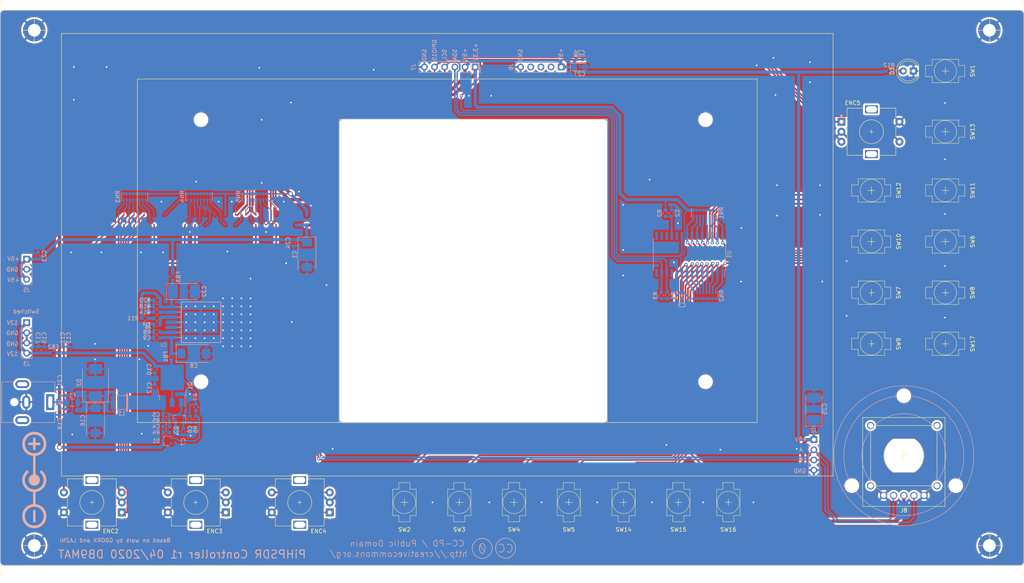
<source format=kicad_pcb>
(kicad_pcb (version 20221018) (generator pcbnew)
  (layers (0 "F.Cu" signal) (31 "B.Cu" signal) (34 "B.Paste" user) (35 "F.Paste" user) (36 "B.SilkS" user "B.Silkscreen") (37 "F.SilkS" user "F.Silkscreen") (38 "B.Mask" user) (39 "F.Mask" user) (44 "Edge.Cuts" user))
  (net 0 "")
  (net 1 "+5V")
  (net 2 "GND")
  (net 3 "Net-(C2-Pad1)")
  (net 4 "+3V3")
  (net 5 "Net-(C4-Pad2)")
  (net 6 "Net-(C4-Pad1)")
  (net 7 "Net-(C12-Pad1)")
  (net 8 "Net-(C6-Pad2)")
  (net 9 "+12V")
  (net 10 "Net-(C8-Pad1)")
  (net 11 "Net-(C14-Pad1)")
  (net 12 "Net-(C15-Pad1)")
  (net 13 "Net-(C16-Pad1)")
  (net 14 "Net-(C18-Pad1)")
  (net 15 "Net-(C19-Pad1)")
  (net 16 "Net-(D1-Pad1)")
  (net 17 "Net-(D1-Pad2)")
  (net 18 "Net-(D3-Pad2)")
  (net 19 "GPIO20")
  (net 20 "GPIO26")
  (net 21 "GPIO22")
  (net 22 "GPIO27")
  (net 23 "GPIO21")
  (net 24 "GPIO4")
  (net 25 "GPIO16")
  (net 26 "GPIO19")
  (net 27 "GPIO23")
  (net 28 "GPIO24")
  (net 29 "GPIO8")
  (net 30 "GPIO25")
  (net 31 "GPIO13")
  (net 32 "GPIO6")
  (net 33 "GPIO12")
  (net 34 "GPIO7")
  (net 35 "GPIO9")
  (net 36 "GPIO10")
  (net 37 "GPIO18")
  (net 38 "GPIO17")
  (net 39 "GPIO15")
  (net 40 "GPIO14")
  (net 41 "/Raspberry Pi/GPIO3")
  (net 42 "/Raspberry Pi/GPIO2")
  (net 43 "GPIO11")
  (net 44 "GPIO5")
  (net 45 "Net-(J6-Pad2)")
  (net 46 "Net-(J6-Pad3)")
  (net 47 "Net-(J6-Pad4)")
  (net 48 "Net-(R8-Pad2)")
  (net 49 "Net-(R10-Pad1)")
  (net 50 "Net-(R10-Pad2)")
  (net 51 "GPA2")
  (net 52 "GPA3")
  (net 53 "GPA1")
  (net 54 "GPA4")
  (net 55 "GPA5")
  (net 56 "GPA6")
  (net 57 "GPA0")
  (net 58 "GPA7")
  (net 59 "GPB2")
  (net 60 "GPB3")
  (net 61 "GPB1")
  (net 62 "GPB4")
  (net 63 "GPB5")
  (net 64 "GPB6")
  (net 65 "GPB0")
  (net 66 "GPB7")
  (net 67 "Net-(U1-Pad11)")
  (net 68 "Net-(U1-Pad14)")
  (net 69 "Net-(U1-Pad15)")
  (net 70 "Net-(U1-Pad16)")
  (net 71 "Net-(U1-Pad17)")
  (net 72 "Net-(U1-Pad19)")
  (net 73 "Net-(U2-Pad3)")
  (footprint "db9mat:TL3301AF160QG" (layer "F.Cu") (at 252.8 106.9)
    (fp_text reference "SW17")
    (fp_text value "SW_Push")
  )
  (footprint "db9mat:TL3301AF160QG" (layer "F.Cu") (at 252.8 68.5)
    (fp_text reference "SW11")
    (fp_text value "SW_Push")
  )
  (footprint "db9mat:TL3301AF160QG" (layer "F.Cu") (at 252.8 94.1)
    (fp_text reference "SW8")
    (fp_text value "SW_Push")
  )
  (footprint "db9mat:TL3301AF160QG" (layer "F.Cu") (at 234.3 94.1)
    (fp_text reference "SW7")
    (fp_text value "SW_Push")
  )
  (footprint "db9mat:TL3301AF160QG" (layer "F.Cu") (at 252.8 38.6)
    (fp_text reference "SW1")
    (fp_text value "ON_OFF")
  )
  (footprint "db9mat:TL3301AF160QG" (layer "F.Cu") (at 234.3 81.3)
    (fp_text reference "SW10")
    (fp_text value "SW_Push")
  )
  (footprint "db9mat:TL3301AF160QG" (layer "F.Cu") (at 252.8 53.8)
    (fp_text reference "SW13")
    (fp_text value "SW_Push")
  )
  (footprint "db9mat:TL3301AF160QG" (layer "F.Cu") (at 198.5 146.6 -90)
    (fp_text reference "SW16")
    (fp_text value "SW_Push")
  )
  (footprint "db9mat:TL3301AF160QG" (layer "F.Cu") (at 234.3 68.5)
    (fp_text reference "SW12")
    (fp_text value "SW_Push")
  )
  (footprint "db9mat:TL3301AF160QG" (layer "F.Cu") (at 234.3 106.9)
    (fp_text reference "SW9")
    (fp_text value "SW_Push")
  )
  (footprint "LED_THT:LED_D5.0mm" (layer "F.Cu") (at 243.5 38.6 180)
    (fp_text reference "D3")
    (fp_text value "Green")
  )
  (footprint "db9mat:RotaryEncoder_Alps_EC11E-Switch_Vertical_H20mm" (layer "F.Cu") (at 234.3 53.8)
    (fp_text reference "ENC5")
    (fp_text value "Rotary_Encoder_Switch")
  )
  (footprint "db9mat:TL3301AF160QG" (layer "F.Cu") (at 186 146.6 -90)
    (fp_text reference "SW15")
    (fp_text value "SW_Push")
  )
  (footprint "db9mat:TL3301AF160QG" (layer "F.Cu") (at 252.8 81.3)
    (fp_text reference "SW6")
    (fp_text value "SW_Push")
  )
  (footprint "db9mat:TL3301AF160QG" (layer "F.Cu") (at 144.9 146.6 -90)
    (fp_text reference "SW4")
    (fp_text value "SW_Push")
  )
  (footprint "db9mat:TL3301AF160QG" (layer "F.Cu") (at 117.5 146.6 -90)
    (fp_text reference "SW2")
    (fp_text value "SW_Push")
  )
  (footprint "db9mat:TL3301AF160QG" (layer "F.Cu") (at 172.3 146.6 -90)
    (fp_text reference "SW14")
    (fp_text value "SW_Push")
  )
  (footprint "db9mat:TL3301AF160QG" (layer "F.Cu") (at 158.6 146.6 -90)
    (fp_text reference "SW5")
    (fp_text value "SW_Push")
  )
  (footprint "db9mat:TL3301AF160QG" (layer "F.Cu") (at 131.2 146.6 -90)
    (fp_text reference "SW3")
    (fp_text value "SW_Push")
  )
  (footprint "db9mat:RotaryEncoder_Alps_EC11E-Switch_Vertical_H20mm" (layer "F.Cu") (at 39.3 146.6 180)
    (fp_text reference "ENC2")
    (fp_text value "Rotary_Encoder_Switch")
  )
  (footprint "db9mat:RotaryEncoder_Alps_EC11E-Switch_Vertical_H20mm" (layer "F.Cu") (at 91.3 146.6 180)
    (fp_text reference "ENC4")
    (fp_text value "Rotary_Encoder_Switch")
  )
  (footprint "db9mat:RotaryEncoder_Alps_EC11E-Switch_Vertical_H20mm" (layer "F.Cu") (at 65.3 146.6 180)
    (fp_text reference "ENC3")
    (fp_text value "Rotary_Encoder_Switch")
  )
  (footprint "MountingHole:MountingHole_3.2mm_M3_DIN965_Pad" (layer "F.Cu") (at 24.9 157.4)
    (fp_text reference " " hide)
    (fp_text value " " hide)
  )
  (footprint "MountingHole:MountingHole_3.2mm_M3_DIN965_Pad" (layer "F.Cu") (at 24.9 28.4)
    (fp_text reference " " hide)
    (fp_text value " " hide)
  )
  (footprint "MountingHole:MountingHole_3.2mm_M3_DIN965_Pad" (layer "F.Cu") (at 263.8 157.4)
    (fp_text reference " " hide)
    (fp_text value " " hide)
  )
  (footprint "MountingHole:MountingHole_3.2mm_M3_DIN965_Pad" (layer "F.Cu") (at 263.8 28.4)
    (fp_text reference " " hide)
    (fp_text value " " hide)
  )
  (footprint "db9mat:HRPG-AXXX" (layer "F.Cu") (at 242.4 134.9)
    (fp_text reference "J8")
    (fp_text value "ENC1a")
    (fp_line (start -2.600001 4.179998) (end 2.599999 4.179998) (stroke (width 0.12)) (layer "Edge.Cuts"))
    (fp_line (start -2.6 -4.2) (end 2.6 -4.2) (stroke (width 0.12)) (layer "Edge.Cuts"))
    (fp_arc (start -2.600001 4.179998) (mid -4.97915 -0.010001) (end -2.6 -4.2) (stroke (width 0.12)) (layer "Edge.Cuts"))
    (fp_arc (start 2.6 -4.2) (mid 4.979149 -0.010001) (end 2.599999 4.179998) (stroke (width 0.12)) (layer "Edge.Cuts"))
  )
  (footprint "Capacitor_SMD:C_0603_1608Metric" (layer "B.Cu") (at 184.3 74.2 90)
    (fp_text reference "C2")
    (fp_text value "1n")
  )
  (footprint "Capacitor_SMD:C_0603_1608Metric" (layer "B.Cu") (at 186.9 94.8 -90)
    (fp_text reference "C3")
    (fp_text value "10u")
  )
  (footprint "Capacitor_SMD:C_0603_1608Metric" (layer "B.Cu") (at 57.9 127.6 180)
    (fp_text reference "C4")
    (fp_text value "1u")
  )
  (footprint "Capacitor_SMD:C_0603_1608Metric" (layer "B.Cu") (at 57.9 124.6)
    (fp_text reference "C5")
    (fp_text value "100n")
  )
  (footprint "Capacitor_SMD:C_0603_1608Metric" (layer "B.Cu") (at 63.8 125.8 -90)
    (fp_text reference "C6")
    (fp_text value "100n")
  )
  (footprint "Capacitor_SMD:C_0603_1608Metric" (layer "B.Cu") (at 62.2 128.9 -90)
    (fp_text reference "C7")
    (fp_text value "100n")
  )
  (footprint "Capacitor_SMD:C_0603_1608Metric" (layer "B.Cu") (at 55.1 113.3 -90)
    (fp_text reference "C10")
    (fp_text value "10u")
  )
  (footprint "Capacitor_Tantalum_SMD:CP_EIA-7343-31_Kemet-D" (layer "B.Cu") (at 40.2 126.1 -90)
    (fp_text reference "C16")
    (fp_text value "22u/35V")
  )
  (footprint "Capacitor_SMD:C_0603_1608Metric" (layer "B.Cu") (at 31.3 123.9 -90)
    (fp_text reference "C19")
    (fp_text value "100n")
  )
  (footprint "Capacitor_SMD:C_0603_1608Metric" (layer "B.Cu") (at 31.3 119.1 90)
    (fp_text reference "C21")
    (fp_text value "10u")
  )
  (footprint "Capacitor_Tantalum_SMD:CP_EIA-3216-18_Kemet-A" (layer "B.Cu") (at 161.3 37.6)
    (fp_text reference "C27")
    (fp_text value "100u/6.3V")
  )
  (footprint "Package_TO_SOT_SMD:SOT-323_SC-70" (layer "B.Cu") (at 58.1 131.2 180)
    (fp_text reference "D1")
    (fp_text value "BAS16J")
  )
  (footprint "Diode_SMD:D_SMC" (layer "B.Cu") (at 40.2 116.6 90)
    (fp_text reference "D2")
    (fp_text value "SK54")
  )
  (footprint "Fuse:Fuse_1206_3216Metric" (layer "B.Cu") (at 34.4 121.6 180)
    (fp_text reference "F1")
    (fp_text value "5A")
  )
  (footprint "Connector_PinHeader_2.54mm:PinHeader_1x04_P2.54mm_Vertical" (layer "B.Cu") (at 219.9 130.9 180)
    (fp_text reference "J2")
    (fp_text value "ENC1")
  )
  (footprint "Connector_BarrelJack:BarrelJack_CUI_PJ-063AH_Horizontal" (layer "B.Cu") (at 28.9 121.5 90)
    (fp_text reference "J4")
    (fp_text value "12V_IN")
  )
  (footprint "Connector_PinHeader_2.54mm:PinHeader_1x05_P2.54mm_Vertical" (layer "B.Cu") (at 156.7 37.6 90)
    (fp_text reference "J6")
    (fp_text value "TO_DISPLAY")
  )
  (footprint "Connector_PinHeader_2.54mm:PinHeader_1x06_P2.54mm_Vertical" (layer "B.Cu") (at 135.18 37.6 90)
    (fp_text reference "J7")
    (fp_text value "Conn_01x06")
  )
  (footprint "Inductor_SMD:L_1812_4532Metric" (layer "B.Cu") (at 46.7 121.6 180)
    (fp_text reference "L1")
    (fp_text value "74279226101")
  )
  (footprint "Package_TO_SOT_SMD:TO-252-3_TabPin2" (layer "B.Cu") (at 59.4 117.4 90)
    (fp_text reference "Q1")
    (fp_text value "FDD6685")
  )
  (footprint "Package_TO_SOT_SMD:SOT-23" (layer "B.Cu") (at 61.2 125.6 90)
    (fp_text reference "Q2")
    (fp_text value "2N7002K")
  )
  (footprint "Resistor_SMD:R_0603_1608Metric" (layer "B.Cu") (at 183.2 94.8 -90)
    (fp_text reference "R1")
    (fp_text value "10k")
  )
  (footprint "Resistor_SMD:R_0603_1608Metric" (layer "B.Cu") (at 182.8 74.2 -90)
    (fp_text reference "R2")
    (fp_text value "100k")
  )
  (footprint "Resistor_SMD:R_0603_1608Metric" (layer "B.Cu") (at 181.7 94.8 90)
    (fp_text reference "R3")
    (fp_text value "10k")
  )
  (footprint "Resistor_SMD:R_0603_1608Metric" (layer "B.Cu") (at 57.9 129.1 180)
    (fp_text reference "R4")
    (fp_text value "10k")
  )
  (footprint "Resistor_SMD:R_0603_1608Metric" (layer "B.Cu") (at 57.9 126.1)
    (fp_text reference "R5")
    (fp_text value "100k")
  )
  (footprint "Resistor_SMD:R_0603_1608Metric" (layer "B.Cu") (at 65.3 125.8 -90)
    (fp_text reference "R6")
    (fp_text value "180k")
  )
  (footprint "Resistor_SMD:R_0603_1608Metric" (layer "B.Cu") (at 65.3 122.8 -90)
    (fp_text reference "R7")
    (fp_text value "100k")
  )
  (footprint "db9mat:R_Cat16-8" (layer "B.Cu") (at 192.6 74.2 -90)
    (fp_text reference "RN1")
    (fp_text value "10k")
  )
  (footprint "db9mat:R_Cat16-8" (layer "B.Cu") (at 50 70.1 -90)
    (fp_text reference "RN3")
    (fp_text value "10k")
  )
  (footprint "db9mat:R_Cat16-8" (layer "B.Cu") (at 66.1 70.1 -90)
    (fp_text reference "RN4")
    (fp_text value "10k")
  )
  (footprint "db9mat:R_Cat16-8" (layer "B.Cu") (at 80.2 70.1 -90)
    (fp_text reference "RN5")
    (fp_text value "10k")
  )
  (footprint "Package_SO:SOIC-28W_7.5x17.9mm_P1.27mm" (layer "B.Cu") (at 188.8 84.5 90)
    (fp_text reference "U1")
    (fp_text value "MCP23017_SO")
  )
  (footprint "db9mat:R_Cat16-8" (layer "B.Cu") (at 192.6 94.8 90)
    (fp_text reference "RN2")
    (fp_text value "10k")
  )
  (footprint "Capacitor_Tantalum_SMD:CP_EIA-7343-31_Kemet-D" (layer "B.Cu") (at 93.1 84.6 -90)
    (fp_text reference "C1")
    (fp_text value "220u/10V")
  )
  (footprint "db9mat:LPD3806" (layer "B.Cu") (at 242.4 134.9 90)
    (fp_text reference "REF**" hide)
    (fp_text value "LPD3806")
  )
  (footprint "Capacitor_SMD:C_0603_1608Metric" (layer "B.Cu") (at 161.2125 35.7)
    (fp_text reference "C26")
    (fp_text value "10u")
  )
  (footprint "db9mat:7TO-PMOD" (layer "B.Cu") (at 59.2 101.5 90)
    (fp_text reference "U2")
    (fp_text value "LMZ22005" hide)
  )
  (footprint "Resistor_SMD:R_0603_1608Metric" (layer "B.Cu") (at 55.6 103.9)
    (fp_text reference "R8")
    (fp_text value "1k5")
  )
  (footprint "Resistor_SMD:R_0603_1608Metric" (layer "B.Cu") (at 52.6 100.5 180)
    (fp_text reference "R11")
    (fp_text value "47")
  )
  (footprint "Resistor_SMD:R_0603_1608Metric" (layer "B.Cu") (at 238.7 38.6 180)
    (fp_text reference "R12")
    (fp_text value "1k5")
  )
  (footprint "Resistor_SMD:R_0603_1608Metric" (layer "B.Cu") (at 55.6 100.5 180)
    (fp_text reference "R10")
    (fp_text value "3k3")
  )
  (footprint "Capacitor_Tantalum_SMD:CP_EIA-7343-43_Kemet-X" (layer "B.Cu") (at 64.8 109.3)
    (fp_text reference "C8")
    (fp_text value "47u/35V")
  )
  (footprint "Capacitor_SMD:C_0603_1608Metric" (layer "B.Cu") (at 32 108.4 90)
    (fp_text reference "C11")
    (fp_text value "100n")
  )
  (footprint "Capacitor_SMD:C_0603_1608Metric" (layer "B.Cu") (at 55.6 105.4 180)
    (fp_text reference "C9")
    (fp_text value "100n")
  )
  (footprint "Capacitor_SMD:C_0603_1608Metric" (layer "B.Cu") (at 55.1 117.9 90)
    (fp_text reference "C12")
    (fp_text value "10u")
  )
  (footprint "Inductor_SMD:L_0603_1608Metric" (layer "B.Cu") (at 29.7 109.2)
    (fp_text reference "FB2")
    (fp_text value "TBD")
  )
  (footprint "Inductor_SMD:L_0603_1608Metric" (layer "B.Cu") (at 59.5 90.1 90)
    (fp_text reference "FB3")
    (fp_text value "TBD")
  )
  (footprint "Connector_PinHeader_2.54mm:PinHeader_1x04_P2.54mm_Vertical" (layer "B.Cu") (at 23 101.6 180)
    (fp_text reference "J3")
    (fp_text value "12V_SWITCHED")
  )
  (footprint "Connector_PinHeader_2.54mm:PinHeader_1x03_P2.54mm_Vertical" (layer "B.Cu") (at 23 85.7 180)
    (fp_text reference "J5")
    (fp_text value "5V/3A")
  )
  (footprint "Capacitor_SMD:C_0603_1608Metric" (layer "B.Cu") (at 55.6 99 180)
    (fp_text reference "C14")
    (fp_text value "100n")
  )
  (footprint "Capacitor_SMD:C_0603_1608Metric" (layer "B.Cu") (at 27.4 108.4 90)
    (fp_text reference "C15")
    (fp_text value "100n")
  )
  (footprint "Inductor_SMD:L_0603_1608Metric" (layer "B.Cu") (at 59.2 110.1 -90)
    (fp_text reference "FB1")
    (fp_text value "TBD")
  )
  (footprint "Capacitor_Tantalum_SMD:CP_EIA-7132-28_AVX-C" (layer "B.Cu") (at 219.9 123.2 90)
    (fp_text reference "C25")
    (fp_text value "100u/10V")
  )
  (footprint "Capacitor_SMD:C_0603_1608Metric" (layer "B.Cu") (at 55.6 97.5 180)
    (fp_text reference "C18")
    (fp_text value "100n")
  )
  (footprint "Capacitor_SMD:C_0603_1608Metric" (layer "B.Cu") (at 55.6 96 180)
    (fp_text reference "C20")
    (fp_text value "10u")
  )
  (footprint "Capacitor_SMD:C_0603_1608Metric" (layer "B.Cu") (at 89.8 81.6 -90)
    (fp_text reference "C24")
    (fp_text value "10u")
  )
  (footprint "Capacitor_SMD:C_0603_1608Metric" (layer "B.Cu") (at 25.8 84.9 90)
    (fp_text reference "C23")
    (fp_text value "100n")
  )
  (footprint "Capacitor_SMD:C_0603_1608Metric" (layer "B.Cu") (at 25.9 108.4 90)
    (fp_text reference "C17")
    (fp_text value "1u")
  )
  (footprint "Capacitor_Tantalum_SMD:CP_EIA-7132-28_AVX-C" (layer "B.Cu") (at 62.3 93.8)
    (fp_text reference "C22")
    (fp_text value "100u/10V")
  )
  (footprint "db9mat:Pi-Display" (layer "B.Cu") (at 224.7 140 180)
    (fp_text reference "REF**" hide)
    (fp_text value "Pi-Display")
  )
  (footprint "Capacitor_SMD:C_0603_1608Metric" (layer "B.Cu") (at 33.5 108.4 90)
    (fp_text reference "C13")
    (fp_text value "1u")
  )
  (footprint "Resistor_SMD:R_0603_1608Metric" (layer "B.Cu") (at 55.6 102)
    (fp_text reference "R9")
    (fp_text value "620")
  )
  (footprint "Symbol:Polarity_Center_Positive_6mm_SilkScreen" (layer "B.Cu") (at 24.9 141 90)
    (fp_text reference "REF**" hide)
    (fp_text value "Polarity_Center_Positive_6mm_SilkScreen" hide)
  )
  (footprint "Symbol:Symbol_CreativeCommonsPublicDomain_SilkScreenTop_Small" (layer "B.Cu") (at 123.2 158 180)
    (fp_text reference "REF**" hide)
    (fp_text value "Symbol_CreativeCommonsPublicDomain_SilkScreenTop_Small")
  )
  (gr_line (start 16.4 23.4) (end 16.4 162.4) (stroke (width 0.12)) (layer "F.SilkS"))
  (gr_line (start 272.4 162.4) (end 272.4 23.4) (stroke (width 0.12)) (layer "F.SilkS"))
  (gr_line (start 272.4 162.4) (end 16.4 162.4) (stroke (width 0.12)) (layer "F.SilkS"))
  (gr_line (start 234.3 93.2) (end 234.3 95) (stroke (width 0.12)) (layer "F.SilkS"))
  (gr_line (start 192.8 118) (end 192.8 114.9) (stroke (width 0.12)) (layer "F.SilkS"))
  (gr_line (start 17.4 20.9) (end 16.4 20.9) (stroke (width 0.12)) (layer "F.SilkS"))
  (gr_line (start 27.9 157.4) (end 21.9 157.4) (stroke (width 0.12)) (layer "F.SilkS"))
  (gr_line (start 158.6 145.7) (end 158.6 147.4) (stroke (width 0.12)) (layer "F.SilkS"))
  (gr_line (start 197.7 146.6) (end 199.3 146.6) (stroke (width 0.12)) (layer "F.SilkS"))
  (gr_line (start 144.9 145.7) (end 144.9 147.5) (stroke (width 0.12)) (layer "F.SilkS"))
  (gr_line (start 239.8 139.075) (end 244.975 139.075) (stroke (width 0.12)) (layer "F.SilkS"))
  (gr_line (start 252.8 94.9) (end 252.8 93.3) (stroke (width 0.12)) (layer "F.SilkS"))
  (gr_line (start 266.9 28.4) (end 260.9 28.4) (stroke (width 0.12)) (layer "F.SilkS"))
  (gr_line (start 117.5 145.7) (end 117.5 147.5) (stroke (width 0.12)) (layer "F.SilkS"))
  (gr_line (start 244.5 38.6) (end 242.4 38.6) (stroke (width 0.12)) (layer "F.SilkS"))
  (gr_line (start 198.5 147.4) (end 198.5 145.7) (stroke (width 0.12)) (layer "F.SilkS"))
  (gr_line (start 191.4 116.4) (end 193.9 116.4) (stroke (width 0.12)) (layer "F.SilkS"))
  (gr_line (start 24.9 31.4) (end 24.9 25.4) (stroke (width 0.12)) (layer "F.SilkS"))
  (gr_line (start 145.8 146.6) (end 144 146.6) (stroke (width 0.12)) (layer "F.SilkS"))
  (gr_arc (start 239.880164 139.133324) (mid 237.473585 134.932224) (end 239.825001 130.700001) (stroke (width 0.12)) (layer "F.SilkS"))
  (gr_line (start 234.3 80.4) (end 234.3 82.2) (stroke (width 0.12)) (layer "F.SilkS"))
  (gr_line (start 186 145.7) (end 186 147.5) (stroke (width 0.12)) (layer "F.SilkS"))
  (gr_line (start 271.65 20.9) (end 272.4 20.9) (stroke (width 0.12)) (layer "F.SilkS"))
  (gr_line (start 239.825 130.7) (end 244.975 130.7) (stroke (width 0.12)) (layer "F.SilkS"))
  (gr_line (start 132.1 146.6) (end 130.3 146.6) (stroke (width 0.12)) (layer "F.SilkS"))
  (gr_line (start 243.4 134.9) (end 241.4 134.9) (stroke (width 0.12)) (layer "F.SilkS"))
  (gr_line (start 233.4 81.3) (end 235.2 81.3) (stroke (width 0.12)) (layer "F.SilkS"))
  (gr_line (start 263.9 154.4) (end 263.9 160.4) (stroke (width 0.12)) (layer "F.SilkS"))
  (gr_line (start 260.9 157.4) (end 266.9 157.4) (stroke (width 0.12)) (layer "F.SilkS"))
  (gr_line (start 118.4 146.6) (end 116.6 146.6) (stroke (width 0.12)) (layer "F.SilkS"))
  (gr_line (start 252.8 106.1) (end 252.8 107.7) (stroke (width 0.12)) (layer "F.SilkS"))
  (gr_line (start 66.55 52.55) (end 66.55 49.2) (stroke (width 0.12)) (layer "F.SilkS"))
  (gr_line (start 272.4 164.9) (end 271.65 164.9) (stroke (width 0.12)) (layer "F.SilkS"))
  (gr_line (start 251.9 38.6) (end 253.6 38.6) (stroke (width 0.12)) (layer "F.SilkS"))
  (gr_line (start 131.2 145.7) (end 131.2 147.4) (stroke (width 0.12)) (layer "F.SilkS"))
  (gr_line (start 263.9 31.4) (end 263.9 25.4) (stroke (width 0.12)) (layer "F.SilkS"))
  (gr_line (start 253.7 68.5) (end 251.9 68.5) (stroke (width 0.12)) (layer "F.SilkS"))
  (gr_line (start 252.8 52.9) (end 252.8 54.7) (stroke (width 0.12)) (layer "F.SilkS"))
  (gr_arc (start 244.943731 130.725294) (mid 247.337288 134.92526) (end 244.899999 139.099999) (stroke (width 0.12)) (layer "F.SilkS"))
  (gr_line (start 242.4 135.9) (end 242.4 133.4) (stroke (width 0.12)) (layer "F.SilkS"))
  (gr_line (start 192.8 52.5) (end 192.8 49) (stroke (width 0.12)) (layer "F.SilkS"))
  (gr_line (start 66.55 52.6) (end 66.55 52.55) (stroke (width 0.12)) (layer "F.SilkS"))
  (gr_line (start 24.9 160.4) (end 24.9 154.4) (stroke (width 0.12)) (layer "F.SilkS"))
  (gr_line (start 252 94.1) (end 253.6 94.1) (stroke (width 0.12)) (layer "F.SilkS"))
  (gr_line (start 68.2 116.4) (end 68.3 116.4) (stroke (width 0.12)) (layer "F.SilkS"))
  (gr_line (start 159.5 146.6) (end 157.7 146.6) (stroke (width 0.12)) (layer "F.SilkS"))
  (gr_line (start 64.9 50.8) (end 68.3 50.8) (stroke (width 0.12)) (layer "F.SilkS"))
  (gr_line (start 272.4 23.4) (end 16.4 23.4) (stroke (width 0.12)) (layer "F.SilkS"))
  (gr_line (start 173.1 146.6) (end 171.4 146.6) (stroke (width 0.12)) (layer "F.SilkS"))
  (gr_line (start 252 106.9) (end 253.6 106.9) (stroke (width 0.12)) (layer "F.SilkS"))
  (gr_line (start 234.3 106) (end 234.3 107.7) (stroke (width 0.12)) (layer "F.SilkS"))
  (gr_line (start 16.4 164.15) (end 16.4 164.9) (stroke (width 0.12)) (layer "F.SilkS"))
  (gr_line (start 16.4 164.9) (end 17.15 164.9) (stroke (width 0.12)) (layer "F.SilkS"))
  (gr_line (start 272.4 164.15) (end 272.4 164.9) (stroke (width 0.12)) (layer "F.SilkS"))
  (gr_line (start 272.4 20.9) (end 272.4 21.65) (stroke (width 0.12)) (layer "F.SilkS"))
  (gr_line (start 16.4 20.9) (end 16.4 21.9) (stroke (width 0.12)) (layer "F.SilkS"))
  (gr_line (start 252.8 37.7) (end 252.8 39.4) (stroke (width 0.12)) (layer "F.SilkS"))
  (gr_line (start 233.6 106.9) (end 235 106.9) (stroke (width 0.12)) (layer "F.SilkS"))
  (gr_line (start 66.65 118.25) (end 66.65 114.8) (stroke (width 0.12)) (layer "F.SilkS"))
  (gr_line (start 243.5 39.7) (end 243.5 37.5) (stroke (width 0.12)) (layer "F.SilkS"))
  (gr_line (start 191.2 50.8) (end 194.4 50.8) (stroke (width 0.12)) (layer "F.SilkS"))
  (gr_line (start 64.9 116.4) (end 68.2 116.4) (stroke (width 0.12)) (layer "F.SilkS"))
  (gr_line (start 252.8 80.5) (end 252.8 82.1) (stroke (width 0.12)) (layer "F.SilkS"))
  (gr_line (start 253.7 53.8) (end 251.9 53.8) (stroke (width 0.12)) (layer "F.SilkS"))
  (gr_line (start 234.3 67.6) (end 234.3 69.4) (stroke (width 0.12)) (layer "F.SilkS"))
  (gr_line (start 252.8 67.6) (end 252.8 69.4) (stroke (width 0.12)) (layer "F.SilkS"))
  (gr_line (start 253.8 81.3) (end 251.8 81.3) (stroke (width 0.12)) (layer "F.SilkS"))
  (gr_line (start 27.9 28.4) (end 21.9 28.4) (stroke (width 0.12)) (layer "F.SilkS"))
  (gr_line (start 172.3 145.7) (end 172.3 147.5) (stroke (width 0.12)) (layer "F.SilkS"))
  (gr_line (start 233.4 68.5) (end 235.2 68.5) (stroke (width 0.12)) (layer "F.SilkS"))
  (gr_line (start 233.6 94.1) (end 235 94.1) (stroke (width 0.12)) (layer "F.SilkS"))
  (gr_line (start 186.9 146.6) (end 185.2 146.6) (stroke (width 0.12)) (layer "F.SilkS"))
  (gr_line (start 16.4 24.4) (end 16.4 161.4) (stroke (width 0.15)) (layer "Edge.Cuts"))
  (gr_line (start 101.2 125.6) (end 101.2 51.7) (stroke (width 0.15)) (layer "Edge.Cuts"))
  (gr_line (start 271.4 23.4) (end 17.4 23.4) (stroke (width 0.15)) (layer "Edge.Cuts"))
  (gr_arc (start 272.4 161.4) (mid 272.107107 162.107107) (end 271.4 162.4) (stroke (width 0.15)) (layer "Edge.Cuts"))
  (gr_arc (start 271.4 23.4) (mid 272.107107 23.692893) (end 272.4 24.4) (stroke (width 0.15)) (layer "Edge.Cuts"))
  (gr_arc (start 16.4 24.4) (mid 16.692893 23.692893) (end 17.4 23.4) (stroke (width 0.15)) (layer "Edge.Cuts"))
  (gr_arc (start 101.2 51.7) (mid 101.492893 50.992893) (end 102.2 50.7) (stroke (width 0.15)) (layer "Edge.Cuts"))
  (gr_arc (start 167.2 50.7) (mid 167.907107 50.992893) (end 168.2 51.7) (stroke (width 0.15)) (layer "Edge.Cuts"))
  (gr_arc (start 168.2 125.6) (mid 167.907107 126.307107) (end 167.2 126.6) (stroke (width 0.15)) (layer "Edge.Cuts"))
  (gr_arc (start 102.2 126.6) (mid 101.492893 126.307107) (end 101.2 125.6) (stroke (width 0.15)) (layer "Edge.Cuts"))
  (gr_line (start 17.4 162.4) (end 271.4 162.4) (stroke (width 0.15)) (layer "Edge.Cuts"))
  (gr_arc (start 17.4 162.4) (mid 16.692893 162.107107) (end 16.4 161.4) (stroke (width 0.15)) (layer "Edge.Cuts"))
  (gr_line (start 167.2 126.6) (end 102.2 126.6) (stroke (width 0.15)) (layer "Edge.Cuts"))
  (gr_line (start 168.2 51.7) (end 168.2 125.6) (stroke (width 0.15)) (layer "Edge.Cuts"))
  (gr_line (start 272.4 161.4) (end 272.4 24.4) (stroke (width 0.15)) (layer "Edge.Cuts"))
  (gr_line (start 102.2 50.7) (end 167.2 50.7) (stroke (width 0.15)) (layer "Edge.Cuts"))
  (gr_text "GND" (at 146.5 34.6 90) (layer "B.SilkS") (effects (font (size 1 1)) (justify mirror)))
  (gr_text "+5V" (at 156.6 34.4 90) (layer "B.SilkS") (effects (font (size 1 1)) (justify mirror)))
  (gr_text "+5V" (at 19.7 90.9) (layer "B.SilkS") (effects (font (size 1 1)) (justify mirror)))
  (gr_text "GND" (at 19.4 104.2) (layer "B.SilkS") (effects (font (size 1 1)) (justify mirror)))
  (gr_text "GND" (at 19.4 106.9) (layer "B.SilkS") (effects (font (size 1 1)) (justify mirror)))
  (gr_text "12V" (at 19.4 101.6) (layer "B.SilkS") (effects (font (size 1 1)) (justify mirror)))
  (gr_text "12V" (at 19.4 109.4) (layer "B.SilkS") (effects (font (size 1 1)) (justify mirror)))
  (gr_text "GND" (at 216.4 138.7) (layer "B.SilkS") (effects (font (size 1 1)) (justify mirror)))
  (gr_text "+5V" (at 216.7 130.8) (layer "B.SilkS") (effects (font (size 1 1)) (justify mirror)))
  (gr_text "A" (at 216.7 133.4) (layer "B.SilkS") (effects (font (size 1 1)) (justify mirror)))
  (gr_text "B" (at 216.7 136) (layer "B.SilkS") (effects (font (size 1 1)) (justify mirror)))
  (gr_text "Based on work by G0ORX and LA2NI" (at 59.1 156.1) (layer "B.SilkS") (effects (font (size 1 1)) (justify left mirror)))
  (gr_text "PiHPSDR Controller r1 04/2020 DB9MAT\n" (at 93.05 159.6) (layer "B.SilkS") (effects (font (size 2 2) (thickness 0.25)) (justify left mirror)))
  (gr_text "+3.3V" (at 135.3 33.8 90) (layer "B.SilkS") (effects (font (size 1 1)) (justify mirror)))
  (gr_text "Switched" (at 22.9 98.8) (layer "B.SilkS") (effects (font (size 1 1)) (justify mirror)))
  (gr_text "+5V" (at 19.7 85.6) (layer "B.SilkS") (effects (font (size 1 1)) (justify mirror)))
  (gr_text "GND" (at 19.4 88.3) (layer "B.SilkS") (effects (font (size 1 1)) (justify mirror)))
  (gr_text "GPIO15" (at 125 33.4 90) (layer "B.SilkS") (effects (font (size 1 1)) (justify mirror)))
  (gr_text "+5V" (at 132.6 34.4 90) (layer "B.SilkS") (effects (font (size 1 1)) (justify mirror)))
  (gr_text "SCL" (at 127.5 34.5 90) (layer "B.SilkS") (effects (font (size 1 1)) (justify mirror)))
  (gr_text "SDA" (at 130.1 34.5 90) (layer "B.SilkS") (effects (font (size 1 1)) (justify mirror)))
  (gr_text "GND" (at 122.5 34.6 90) (layer "B.SilkS") (effects (font (size 1 1)) (justify mirror)))
  (segment (start 132.64 37.6) (end 132.64 39.96) (width 0.8) (layer "F.Cu") (net 1))
  (segment (start 240.5 151.3) (end 242.4 149.4) (width 0.8) (layer "F.Cu") (net 1))
  (segment (start 219.2 151.3) (end 240.5 151.3) (width 0.8) (layer "F.Cu") (net 1))
  (segment (start 95.9 75.537436) (end 94.267436 77.17) (width 0.8) (layer "F.Cu") (net 1))
  (segment (start 86.070032 46.261354) (end 86.070032 68.270032) (width 0.8) (layer "F.Cu") (net 1))
  (segment (start 242.4 149.4) (end 242.4 144.86) (width 0.8) (layer "F.Cu") (net 1))
  (segment (start 217.1 132.05) (end 217.1 149.2) (width 0.8) (layer "F.Cu") (net 1))
  (segment (start 94.7 70.8) (end 95.9 72) (width 0.8) (layer "F.Cu") (net 1))
  (segment (start 94.267436 77.17) (end 93.03 77.17) (width 0.8) (layer "F.Cu") (net 1))
  (segment (start 132.64 39.96) (end 129.099969 43.500031) (width 0.8) (layer "F.Cu") (net 1))
  (segment (start 129.099969 43.500031) (end 88.831355 43.500031) (width 0.8) (layer "F.Cu") (net 1))
  (segment (start 88.6 70.8) (end 94.7 70.8) (width 0.8) (layer "F.Cu") (net 1))
  (segment (start 86.070032 68.270032) (end 88.6 70.8) (width 0.8) (layer "F.Cu") (net 1))
  (segment (start 88.831355 43.500031) (end 86.070032 46.261354) (width 0.8) (layer "F.Cu") (net 1))
  (segment (start 217.1 149.2) (end 219.2 151.3) (width 0.8) (layer "F.Cu") (net 1))
  (segment (start 219.9 130.9) (end 218.25 130.9) (width 0.8) (layer "F.Cu") (net 1))
  (segment (start 95.9 72) (end 95.9 75.537436) (width 0.8) (layer "F.Cu") (net 1))
  (segment (start 218.25 130.9) (end 217.1 132.05) (width 0.8) (layer "F.Cu") (net 1))
  (segment (start 25.7875 85.7) (end 25.8 85.6875) (width 0.8) (layer "B.Cu") (net 1))
  (segment (start 160.55001 38.87501) (end 216.07501 38.87501) (width 0.8) (layer "B.Cu") (net 1))
  (segment (start 156.7 37.6) (end 159.95 37.6) (width 0.8) (layer "B.Cu") (net 1))
  (segment (start 90.49 77.17) (end 93.03 77.17) (width 0.8) (layer "B.Cu") (net 1))
  (segment (start 93.03 77.17) (end 93.03 81.4175) (width 0.8) (layer "B.Cu") (net 1))
  (segment (start 156.6875 37.5875) (end 156.7 37.6) (width 0.8) (layer "B.Cu") (net 1))
  (segment (start 159.95 38.275) (end 160.55001 38.87501) (width 0.8) (layer "B.Cu") (net 1))
  (segment (start 23 85.7) (end 25.7875 85.7) (width 0.8) (layer "B.Cu") (net 1))
  (segment (start 159.95 36.175) (end 160.425 35.7) (width 0.8) (layer "B.Cu") (net 1))
  (segment (start 133.489999 36.509999) (end 133.899998 36.1) (width 0.8) (layer "B.Cu") (net 1))
  (segment (start 23 85.7) (end 21.549999 87.150001) (width 0.8) (layer "B.Cu") (net 1))
  (segment (start 156.6 36.1) (end 156.6 37.5) (width 0.8) (layer "B.Cu") (net 1))
  (segment (start 59.5 80.925) (end 59.5 89.3125) (width 0.8) (layer "B.Cu") (net 1))
  (segment (start 216.07501 130.07501) (end 216.9 130.9) (width 0.8) (layer "B.Cu") (net 1))
  (segment (start 89.8 80.8125) (end 92.425 80.8125) (width 0.8) (layer "B.Cu") (net 1))
  (segment (start 89.325 80.8125) (end 89.8 80.8125) (width 0.8) (layer "B.Cu") (net 1))
  (segment (start 59.6125 80.8125) (end 89.325 80.8125) (width 0.8) (layer "B.Cu") (net 1))
  (segment (start 31.15 80.8125) (end 53.6875 80.8125) (width 0.8) (layer "B.Cu") (net 1))
  (segment (start 93.03 81.4175) (end 93.1 81.4875) (width 0.8) (layer "B.Cu") (net 1))
  (segment (start 237.475 38.6) (end 237.9125 38.6) (width 0.8) (layer "B.Cu") (net 1))
  (segment (start 21.549999 89.329999) (end 22.150001 89.930001) (width 0.8) (layer "B.Cu") (net 1))
  (segment (start 216.9 130.9) (end 219.9 130.9) (width 0.8) (layer "B.Cu") (net 1))
  (segment (start 159.95 37.6) (end 159.95 38.275) (width 0.8) (layer "B.Cu") (net 1))
  (segment (start 133.899998 36.1) (end 156.6 36.1) (width 0.8) (layer "B.Cu") (net 1))
  (segment (start 59.6125 80.8125) (end 59.5 80.925) (width 0.8) (layer "B.Cu") (net 1))
  (segment (start 219.9 125.975) (end 219.9 130.9) (width 0.8) (layer "B.Cu") (net 1))
  (segment (start 216.07501 38.87501) (end 237.19999 38.87501) (width 0.8) (layer "B.Cu") (net 1))
  (segment (start 26.275 85.6875) (end 31.15 80.8125) (width 0.8) (layer "B.Cu") (net 1))
  (segment (start 22.150001 89.930001) (end 23 90.78) (width 0.8) (layer "B.Cu") (net 1))
  (segment (start 133.489999 36.750001) (end 133.489999 36.509999) (width 0.8) (layer "B.Cu") (net 1))
  (segment (start 53.6875 80.8125) (end 59.6125 80.8125) (width 0.8) (layer "B.Cu") (net 1))
  (segment (start 92.425 80.8125) (end 93.1 81.4875) (width 0.8) (layer "B.Cu") (net 1))
  (segment (start 21.549999 87.150001) (end 21.549999 89.329999) (width 0.8) (layer "B.Cu") (net 1))
  (segment (start 25.8 85.6875) (end 26.275 85.6875) (width 0.8) (layer "B.Cu") (net 1))
  (segment (start 159.95 37.6) (end 159.95 36.175) (width 0.8) (layer "B.Cu") (net 1))
  (segment (start 237.19999 38.87501) (end 237.475 38.6) (width 0.8) (layer "B.Cu") (net 1))
  (segment (start 156.6 37.5) (end 156.7 37.6) (width 0.8) (layer "B.Cu") (net 1))
  (segment (start 132.64 37.6) (end 133.489999 36.750001) (width 0.8) (layer "B.Cu") (net 1))
  (segment (start 216.07501 38.87501) (end 216.07501 130.07501) (width 0.8) (layer "B.Cu") (net 1))
  (segment (start 82.500001 78.500001) (end 82.9 78.9) (width 0.25) (layer "F.Cu") (net 2))
  (segment (start 82.87 74.63) (end 81.669999 75.830001) (width 0.25) (layer "F.Cu") (net 2))
  (segment (start 81.669999 77.669999) (end 82.500001 78.500001) (width 0.25) (layer "F.Cu") (net 2))
  (segment (start 81.669999 75.830001) (end 81.669999 77.669999) (width 0.25) (layer "F.Cu") (net 2))
  (via (at 221.4 67.2) (size 0.8) (drill 0.4) (layers "F.Cu" "B.Cu") (net 2))
  (via (at 65.2 99.5) (size 0.8) (drill 0.4) (layers "F.Cu" "B.Cu") (net 2))
  (via (at 67.5 99.5) (size 0.8) (drill 0.4) (layers "F.Cu" "B.Cu") (net 2))
  (via (at 69.8 99.5) (size 0.8) (drill 0.4) (layers "F.Cu" "B.Cu") (net 2))
  (via (at 72.1 99.5) (size 0.8) (drill 0.4) (layers "F.Cu" "B.Cu") (net 2))
  (via (at 62.9 101.5) (size 0.8) (drill 0.4) (layers "F.Cu" "B.Cu") (net 2))
  (via (at 65.2 101.5) (size 0.8) (drill 0.4) (layers "F.Cu" "B.Cu") (net 2))
  (via (at 67.5 101.5) (size 0.8) (drill 0.4) (layers "F.Cu" "B.Cu") (net 2))
  (via (at 69.8 101.5) (size 0.8) (drill 0.4) (layers "F.Cu" "B.Cu") (net 2))
  (via (at 72.1 101.5) (size 0.8) (drill 0.4) (layers "F.Cu" "B.Cu") (net 2))
  (via (at 62.9 103.5) (size 0.8) (drill 0.4) (layers "F.Cu" "B.Cu") (net 2))
  (via (at 65.2 103.5) (size 0.8) (drill 0.4) (layers "F.Cu" "B.Cu") (net 2))
  (via (at 67.5 103.5) (size 0.8) (drill 0.4) (layers "F.Cu" "B.Cu") (net 2))
  (via (at 69.8 103.5) (size 0.8) (drill 0.4) (layers "F.Cu" "B.Cu") (net 2))
  (via (at 72.1 103.5) (size 0.8) (drill 0.4) (layers "F.Cu" "B.Cu") (net 2))
  (via (at 72.1 97.5) (size 0.8) (drill 0.4) (layers "F.Cu" "B.Cu") (net 2))
  (via (at 72.1 95.5) (size 0.8) (drill 0.4) (layers "F.Cu" "B.Cu") (net 2))
  (via (at 74.4 95.5) (size 0.8) (drill 0.4) (layers "F.Cu" "B.Cu") (net 2))
  (via (at 69.8 97.5) (size 0.8) (drill 0.4) (layers "F.Cu" "B.Cu") (net 2))
  (via (at 67.5 97.5) (size 0.8) (drill 0.4) (layers "F.Cu" "B.Cu") (net 2))
  (via (at 65.2 97.5) (size 0.8) (drill 0.4) (layers "F.Cu" "B.Cu") (net 2))
  (via (at 62.9 97.5) (size 0.8) (drill 0.4) (layers "F.Cu" "B.Cu") (net 2))
  (via (at 72.1 105.5) (size 0.8) (drill 0.4) (layers "F.Cu" "B.Cu") (net 2))
  (via (at 72.1 107.5) (size 0.8) (drill 0.4) (layers "F.Cu" "B.Cu") (net 2))
  (via (at 69.8 105.5) (size 0.8) (drill 0.4) (layers "F.Cu" "B.Cu") (net 2))
  (via (at 67.5 105.5) (size 0.8) (drill 0.4) (layers "F.Cu" "B.Cu") (net 2))
  (via (at 65.2 105.5) (size 0.8) (drill 0.4) (layers "F.Cu" "B.Cu") (net 2))
  (via (at 62.9 105.5) (size 0.8) (drill 0.4) (layers "F.Cu" "B.Cu") (net 2))
  (via (at 76.7 95.5) (size 0.8) (drill 0.4) (layers "F.Cu" "B.Cu") (net 2))
  (via (at 79 95.5) (size 0.8) (drill 0.4) (layers "F.Cu" "B.Cu") (net 2))
  (via (at 74.4 97.5) (size 0.8) (drill 0.4) (layers "F.Cu" "B.Cu") (net 2))
  (via (at 76.7 97.5) (size 0.8) (drill 0.4) (layers "F.Cu" "B.Cu") (net 2))
  (via (at 79 97.5) (size 0.8) (drill 0.4) (layers "F.Cu" "B.Cu") (net 2))
  (via (at 74.4 99.5) (size 0.8) (drill 0.4) (layers "F.Cu" "B.Cu") (net 2))
  (via (at 76.7 99.5) (size 0.8) (drill 0.4) (layers "F.Cu" "B.Cu") (net 2))
  (via (at 79 99.5) (size 0.8) (drill 0.4) (layers "F.Cu" "B.Cu") (net 2))
  (via (at 74.4 101.5) (size 0.8) (drill 0.4) (layers "F.Cu" "B.Cu") (net 2))
  (via (at 76.7 101.5) (size 0.8) (drill 0.4) (layers "F.Cu" "B.Cu") (net 2))
  (via (at 79 101.5) (size 0.8) (drill 0.4) (layers "F.Cu" "B.Cu") (net 2))
  (via (at 74.4 103.5) (size 0.8) (drill 0.4) (layers "F.Cu" "B.Cu") (net 2))
  (via (at 76.7 103.5) (size 0.8) (drill 0.4) (layers "F.Cu" "B.Cu") (net 2))
  (via (at 79 103.5) (size 0.8) (drill 0.4) (layers "F.Cu" "B.Cu") (net 2))
  (via (at 74.4 105.5) (size 0.8) (drill 0.4) (layers "F.Cu" "B.Cu") (net 2))
  (via (at 76.7 105.5) (size 0.8) (drill 0.4) (layers "F.Cu" "B.Cu") (net 2))
  (via (at 79 105.5) (size 0.8) (drill 0.4) (layers "F.Cu" "B.Cu") (net 2))
  (via (at 74.4 107.5) (size 0.8) (drill 0.4) (layers "F.Cu" "B.Cu") (net 2))
  (via (at 76.7 107.5) (size 0.8) (drill 0.4) (layers "F.Cu" "B.Cu") (net 2))
  (via (at 79 107.5) (size 0.8) (drill 0.4) (layers "F.Cu" "B.Cu") (net 2))
  (via (at 57.1 84) (size 0.8) (drill 0.4) (layers "F.Cu" "B.Cu") (net 2))
  (via (at 252.7 60.7) (size 0.8) (drill 0.4) (layers "F.Cu" "B.Cu") (net 2))
  (via (at 34.8 45.8) (size 0.8) (drill 0.4) (layers "F.Cu" "B.Cu") (net 2))
  (via (at 151.8 146.6) (size 0.8) (drill 0.4) (layers "F.Cu" "B.Cu") (net 2))
  (via (at 53.4 95.9) (size 0.8) (drill 0.4) (layers "F.Cu" "B.Cu") (net 2))
  (via (at 252.7 87.4) (size 0.8) (drill 0.4) (layers "F.Cu" "B.Cu") (net 2))
  (via (at 51.6 84) (size 0.8) (drill 0.4) (layers "F.Cu" "B.Cu") (net 2))
  (via (at 89.1 46.5) (size 0.8) (drill 0.4) (layers "F.Cu" "B.Cu") (net 2))
  (via (at 222 91.3) (size 0.8) (drill 0.4) (layers "F.Cu" "B.Cu") (net 2))
  (via (at 196.5 133.4) (size 0.8) (drill 0.4) (layers "F.Cu" "B.Cu") (net 2))
  (via (at 172.2 89.8) (size 0.8) (drill 0.4) (layers "F.Cu" "B.Cu") (net 2))
  (via (at 53.4 107.4) (size 0.8) (drill 0.4) (layers "F.Cu" "B.Cu") (net 2))
  (via (at 218.9 41.4) (size 0.8) (drill 0.4) (layers "F.Cu" "B.Cu") (net 2))
  (via (at 243.7 146.7) (size 0.8) (drill 0.4) (layers "F.Cu" "B.Cu") (net 2))
  (via (at 241 146.7) (size 0.8) (drill 0.4) (layers "F.Cu" "B.Cu") (net 2))
  (via (at 79 90.6) (size 0.8) (drill 0.4) (layers "F.Cu" "B.Cu") (net 2))
  (via (at 82.9 78.9) (size 0.8) (drill 0.4) (layers "F.Cu" "B.Cu") (net 2))
  (via (at 184.9 86.5) (size 0.8) (drill 0.4) (layers "F.Cu" "B.Cu") (net 2))
  (via (at 53.4 97.5) (size 0.8) (drill 0.4) (layers "F.Cu" "B.Cu") (net 2))
  (via (at 210.7 74.8) (size 0.8) (drill 0.4) (layers "F.Cu" "B.Cu") (net 2))
  (via (at 185.9 76.7) (size 0.8) (drill 0.4) (layers "F.Cu" "B.Cu") (net 2))
  (via (at 40.1 106.9) (size 0.8) (drill 0.4) (layers "F.Cu" "B.Cu") (net 2))
  (via (at 179.4 146.6) (size 0.8) (drill 0.4) (layers "F.Cu" "B.Cu") (net 2))
  (via (at 64 129.9) (size 0.8) (drill 0.4) (layers "F.Cu" "B.Cu") (net 2))
  (via (at 43 37.6) (size 0.8) (drill 0.4) (layers "F.Cu" "B.Cu") (net 2))
  (via (at 71 71.3) (size 0.8) (drill 0.4) (layers "F.Cu" "B.Cu") (net 2))
  (via (at 172.2 83.4) (size 0.8) (drill 0.4) (layers "F.Cu" "B.Cu") (net 2))
  (via (at 252.7 74.4) (size 0.8) (drill 0.4) (layers "F.Cu" "B.Cu") (net 2))
  (via (at 81.8 66.6) (size 0.8) (drill 0.4) (layers "F.Cu" "B.Cu") (net 2))
  (via (at 205.6 37.2) (size 0.8) (drill 0.4) (layers "F.Cu" "B.Cu") (net 2))
  (via (at 221.4 74.6) (size 0.8) (drill 0.4) (layers "F.Cu" "B.Cu") (net 2))
  (via (at 138.7 146.6) (size 0.8) (drill 0.4) (layers "F.Cu" "B.Cu") (net 2))
  (via (at 172.2 72.1) (size 0.8) (drill 0.4) (layers "F.Cu" "B.Cu") (net 2))
  (via (at 133.6 44.8) (size 0.8) (drill 0.4) (layers "F.Cu" "B.Cu") (net 2))
  (via (at 91.1 68.8) (size 0.8) (drill 0.4) (layers "F.Cu" "B.Cu") (net 2))
  (via (at 204.8 146.6) (size 0.8) (drill 0.4) (layers "F.Cu" "B.Cu") (net 2))
  (via (at 51.2 110.8) (size 0.8) (drill 0.4) (layers "F.Cu" "B.Cu") (net 2))
  (via (at 56.7 71.3) (size 0.8) (drill 0.4) (layers "F.Cu" "B.Cu") (net 2))
  (via (at 209.8 35.3) (size 0.8) (drill 0.4) (layers "F.Cu" "B.Cu") (net 2))
  (via (at 81.2 37.8) (size 0.8) (drill 0.4) (layers "F.Cu" "B.Cu") (net 2))
  (via (at 81.8 50.8) (size 0.8) (drill 0.4) (layers "F.Cu" "B.Cu") (net 2))
  (via (at 228.1 99.9) (size 0.8) (drill 0.4) (layers "F.Cu" "B.Cu") (net 2))
  (via (at 165.7 146.6) (size 0.8) (drill 0.4) (layers "F.Cu" "B.Cu") (net 2))
  (via (at 87.9 86.7) (size 0.8) (drill 0.4) (layers "F.Cu" "B.Cu") (net 2))
  (via (at 215.6 133.2) (size 0.8) (drill 0.4) (layers "F.Cu" "B.Cu") (net 2))
  (via (at 41.7 84) (size 0.8) (drill 0.4) (layers "F.Cu" "B.Cu") (net 2))
  (via (at 53.4 99) (size 0.8) (drill 0.4) (layers "F.Cu" "B.Cu") (net 2))
  (via (at 34.4 129.6) (size 0.8) (drill 0.4) (layers "F.Cu" "B.Cu") (net 2))
  (via (at 201.8 77.9) (size 0.8) (drill 0.4) (layers "F.Cu" "B.Cu") (net 2))
  (via (at 87.3 71.3) (size 0.8) (drill 0.4) (layers "F.Cu" "B.Cu") (net 2))
  (via (at 183 132.2) (size 0.8) (drill 0.4) (layers "F.Cu" "B.Cu") (net 2))
  (via (at 192.2 146.6) (size 0.8) (drill 0.4) (layers "F.Cu" "B.Cu") (net 2))
  (via (at 89.3 101.4) (size 0.8) (drill 0.4) (layers "F.Cu" "B.Cu") (net 2))
  (via (at 218.9 36.4) (size 0.8) (drill 0.4) (layers "F.Cu" "B.Cu") (net 2))
  (via (at 98 92.2) (size 0.8) (drill 0.4) (layers "F.Cu" "B.Cu") (net 2))
  (via (at 124.5 146.6) (size 0.8) (drill 0.4) (layers "F.Cu" "B.Cu") (net 2))
  (via (at 62.9 99.5) (size 0.8) (drill 0.4) (layers "F.Cu" "B.Cu") (net 2))
  (via (at 201.7 91.3) (size 0.8) (drill 0.4) (layers "F.Cu" "B.Cu") (net 2))
  (via (at 228.1 86.2) (size 0.8) (drill 0.4) (layers "F.Cu" "B.Cu") (net 2))
  (via (at 178.8 65.8) (size 0.8) (drill 0.4) (layers "F.Cu" "B.Cu") (net 2))
  (via (at 94.1 72.3) (size 0.8) (drill 0.4) (layers "F.Cu" "B.Cu") (net 2))
  (via (at 63.8 119.5) (size 0.8) (drill 0.4) (layers "F.Cu" "B.Cu") (net 2))
  (via (at 99.5 133.2) (size 0.8) (drill 0.4) (layers "F.Cu" "B.Cu") (net 2))
  (via (at 74.3 71.3) (size 0.8) (drill 0.4) (layers "F.Cu" "B.Cu") (net 2))
  (via (at 51.8 129.4) (size 0.8) (drill 0.4) (layers "F.Cu" "B.Cu") (net 2))
  (via (at 210.3 44.6) (size 0.8) (drill 0.4) (layers "F.Cu" "B.Cu") (net 2))
  (via (at 63.8 78.9) (size 0.8) (drill 0.4) (layers "F.Cu" "B.Cu") (net 2))
  (via (at 210.7 67.2) (size 0.8) (drill 0.4) (layers "F.Cu" "B.Cu") (net 2))
  (via (at 139.2 44.8) (size 0.8) (drill 0.4) (layers "F.Cu" "B.Cu") (net 2))
  (via (at 252.7 46.6) (size 0.8) (drill 0.4) (layers "F.Cu" "B.Cu") (net 2))
  (via (at 34.8 37.6) (size 0.8) (drill 0.4) (layers "F.Cu" "B.Cu") (net 2))
  (via (at 109.8 38.3) (size 0.8) (drill 0.4) (layers "F.Cu" "B.Cu") (net 2))
  (via (at 34.1 84) (size 0.8) (drill 0.4) (layers "F.Cu" "B.Cu") (net 2))
  (via (at 252.7 100.3) (size 0.8) (drill 0.4) (layers "F.Cu" "B.Cu") (net 2))
  (via (at 73.2 83.8) (size 0.8) (drill 0.4) (layers "F.Cu" "B.Cu") (net 2))
  (via (at 65.4 66.3) (size 0.8) (drill 0.4) (layers "F.Cu" "B.Cu") (net 2))
  (via (at 40.1 110.8) (size 0.8) (drill 0.4) (layers "F.Cu" "B.Cu") (net 2))
  (via (at 60.7 129.5) (size 0.8) (drill 0.4) (layers "F.Cu" "B.Cu") (net 2))
  (segment (start 184.355 79.85) (end 184.355 75.0425) (width 0.4) (layer "B.Cu") (net 3))
  (segment (start 184.3 74.9875) (end 182.8 74.9875) (width 0.4) (layer "B.Cu") (net 3))
  (segment (start 184.355 75.0425) (end 184.3 74.9875) (width 0.4) (layer "B.Cu") (net 3))
  (segment (start 87.070043 67.395043) (end 88.415001 68.740001) (width 0.8) (layer "F.Cu") (net 4))
  (segment (start 88.415001 68.740001) (end 89.015 69.34) (width 0.8) (layer "F.Cu") (net 4))
  (segment (start 89.245572 44.500042) (end 87.070043 46.675571) (width 0.8) (layer "F.Cu") (net 4))
  (segment (start 87.070043 46.675571) (end 87.070043 67.395043) (width 0.8) (layer "F.Cu") (net 4))
  (segment (start 135.18 39.25) (end 129.929958 44.500042) (width 0.8) (layer "F.Cu") (net 4))
  (segment (start 129.929958 44.500042) (end 89.245572 44.500042) (width 0.8) (layer "F.Cu") (net 4))
  (segment (start 135.18 37.6) (end 135.18 39.25) (width 0.8) (layer "F.Cu") (net 4))
  (via (at 89.015 69.34) (size 1.2) (drill 0.8) (layers "F.Cu" "B.Cu") (net 4))
  (segment (start 72.66 69.34) (end 77.4 69.34) (width 0.4) (layer "B.Cu") (net 4))
  (segment (start 189.8 73.44) (end 190.6 73.44) (width 0.4) (layer "B.Cu") (net 4))
  (segment (start 51.2 69.34) (end 52 69.34) (width 0.4) (layer "B.Cu") (net 4))
  (segment (start 181.7 95.5875) (end 183.2 95.5875) (width 0.4) (layer "B.Cu") (net 4))
  (segment (start 135.2 39.27) (end 135.2 47.1) (width 0.8) (layer "B.Cu") (net 4))
  (segment (start 187.52001 84.422466) (end 187.52001 74.25999) (width 0.25) (layer "B.Cu") (net 4))
  (segment (start 191.4 95.56) (end 192.2 95.56) (width 0.4) (layer "B.Cu") (net 4))
  (segment (start 171.400029 49.771561) (end 171.400029 69.200029) (width 0.8) (layer "B.Cu") (net 4))
  (segment (start 78.2 69.34) (end 79 69.34) (width 0.4) (layer "B.Cu") (net 4))
  (segment (start 190.6 73.44) (end 191.4 73.44) (width 0.4) (layer "B.Cu") (net 4))
  (segment (start 193.8 95.56) (end 194.6 95.56) (width 0.4) (layer "B.Cu") (net 4))
  (segment (start 80.6 69.34) (end 81.4 69.34) (width 0.4) (layer "B.Cu") (net 4))
  (segment (start 186.9 94.0125) (end 186.9 89.155) (width 0.4) (layer "B.Cu") (net 4))
  (segment (start 186.9 89.155) (end 186.895 89.15) (width 0.4) (layer "B.Cu") (net 4))
  (segment (start 186.9 94.0125) (end 187.375 94.0125) (width 0.4) (layer "B.Cu") (net 4))
  (segment (start 66.5 69.34) (end 67.3 69.34) (width 0.4) (layer "B.Cu") (net 4))
  (segment (start 186.9 94.0125) (end 186.425 94.0125) (width 0.4) (layer "B.Cu") (net 4))
  (segment (start 52 69.34) (end 52.8 69.34) (width 0.4) (layer "B.Cu") (net 4))
  (segment (start 193.8 73.44) (end 194.6 73.44) (width 0.4) (layer "B.Cu") (net 4))
  (segment (start 89.015 69.34) (end 83.615 69.34) (width 0.4) (layer "B.Cu") (net 4))
  (segment (start 186.3875 94.0125) (end 186.425 94.0125) (width 0.4) (layer "B.Cu") (net 4))
  (segment (start 135.18 37.6) (end 135.18 39.25) (width 0.8) (layer "B.Cu") (net 4))
  (segment (start 184.825 95.5875) (end 183.2 95.5875) (width 0.4) (layer "B.Cu") (net 4))
  (segment (start 47.2 69.34) (end 48 69.34) (width 0.4) (layer "B.Cu") (net 4))
  (segment (start 193 73.44) (end 193.8 73.44) (width 0.4) (layer "B.Cu") (net 4))
  (segment (start 64.1 69.34) (end 64.9 69.34) (width 0.4) (layer "B.Cu") (net 4))
  (segment (start 93.03 74.63) (end 93.03 73.355) (width 0.8) (layer "B.Cu") (net 4))
  (segment (start 48.8 69.34) (end 49.6 69.34) (width 0.4) (layer "B.Cu") (net 4))
  (segment (start 192.2 73.44) (end 193 73.44) (width 0.4) (layer "B.Cu") (net 4))
  (segment (start 182.8 70.8) (end 182.8 73.4125) (width 0.4) (layer "B.Cu") (net 4))
  (segment (start 83.615 69.34) (end 83 69.34) (width 0.4) (layer "B.Cu") (net 4))
  (segment (start 186.595 88.85) (end 186.595 85.347476) (width 0.25) (layer "B.Cu") (net 4))
  (segment (start 191.4 73.44) (end 192.2 73.44) (width 0.4) (layer "B.Cu") (net 4))
  (segment (start 184.825 95.5875) (end 184.825 95.575) (width 0.4) (layer "B.Cu") (net 4))
  (segment (start 50.4 69.34) (end 51.2 69.34) (width 0.4) (layer "B.Cu") (net 4))
  (segment (start 68.9 69.34) (end 69.515 69.34) (width 0.4) (layer "B.Cu") (net 4))
  (segment (start 135.799981 47.699981) (end 169.328449 47.699981) (width 0.8) (layer "B.Cu") (net 4))
  (segment (start 187.52001 74.25999) (end 188.34 73.44) (width 0.25) (layer "B.Cu") (net 4))
  (segment (start 63.3 69.34) (end 64.1 69.34) (width 0.4) (layer "B.Cu") (net 4))
  (segment (start 171.400029 69.200029) (end 173 70.8) (width 0.8) (layer "B.Cu") (net 4))
  (segment (start 48 69.34) (end 48.8 69.34) (width 0.4) (layer "B.Cu") (net 4))
  (segment (start 72.66 69.34) (end 72.71 69.39) (width 0.4) (layer "B.Cu") (net 4))
  (segment (start 169.328449 47.699981) (end 171.400029 49.771561) (width 0.8) (layer "B.Cu") (net 4))
  (segment (start 72.71 73.69) (end 72.71 74.63) (width 0.4) (layer "B.Cu") (net 4))
  (segment (start 184.825 95.575) (end 186.3875 94.0125) (width 0.4) (layer "B.Cu") (net 4))
  (segment (start 190.6 95.56) (end 191.4 95.56) (width 0.4) (layer "B.Cu") (net 4))
  (segment (start 93.03 73.355) (end 89.015 69.34) (width 0.8) (layer "B.Cu") (net 4))
  (segment (start 189.8 95.56) (end 190.6 95.56) (width 0.4) (layer "B.Cu") (net 4))
  (segment (start 185.7 70.8) (end 188.34 73.44) (width 0.8) (layer "B.Cu") (net 4))
  (segment (start 67.3 69.34) (end 68.1 69.34) (width 0.4) (layer "B.Cu") (net 4))
  (segment (start 77.4 69.34) (end 78.2 69.34) (width 0.4) (layer "B.Cu") (net 4))
  (segment (start 52.8 69.34) (end 63.3 69.34) (width 0.4) (layer "B.Cu") (net 4))
  (segment (start 173 70.8) (end 182.8 70.8) (width 0.8) (layer "B.Cu") (net 4))
  (segment (start 79 69.34) (end 79.8 69.34) (width 0.4) (layer "B.Cu") (net 4))
  (segment (start 188.9225 95.56) (end 189.8 95.56) (width 0.4) (layer "B.Cu") (net 4))
  (segment (start 182.8 70.8) (end 185.7 70.8) (width 0.8) (layer "B.Cu") (net 4))
  (segment (start 194.6 73.44) (end 195.4 73.44) (width 0.4) (layer "B.Cu") (net 4))
  (segment (start 135.2 47.1) (end 135.799981 47.699981) (width 0.8) (layer "B.Cu") (net 4))
  (segment (start 186.595 85.347476) (end 187.52001 84.422466) (width 0.25) (layer "B.Cu") (net 4))
  (segment (start 193 95.56) (end 193.8 95.56) (width 0.4) (layer "B.Cu") (net 4))
  (segment (start 81.4 69.34) (end 82.2 69.34) (width 0.4) (layer "B.Cu") (net 4))
  (segment (start 187.375 94.0125) (end 188.9225 95.56) (width 0.4) (layer "B.Cu") (net 4))
  (segment (start 72.71 69.39) (end 72.71 73.69) (width 0.4) (layer "B.Cu") (net 4))
  (segment (start 64.9 69.34) (end 65.7 69.34) (width 0.4) (layer "B.Cu") (net 4))
  (segment (start 49.6 69.34) (end 50.4 69.34) (width 0.4) (layer "B.Cu") (net 4))
  (segment (start 79.8 69.34) (end 80.6 69.34) (width 0.4) (layer "B.Cu") (net 4))
  (segment (start 188.34 73.44) (end 189.8 73.44) (width 0.8) (layer "B.Cu") (net 4))
  (segment (start 68.9 69.34) (end 68.1 69.34) (width 0.4) (layer "B.Cu") (net 4))
  (segment (start 195.4 95.56) (end 194.6 95.56) (width 0.4) (layer "B.Cu") (net 4))
  (segment (start 82.2 69.34) (end 83 69.34) (width 0.4) (layer "B.Cu") (net 4))
  (segment (start 65.7 69.34) (end 66.5 69.34) (width 0.4) (layer "B.Cu") (net 4))
  (segment (start 69.515 69.34) (end 72.66 69.34) (width 0.4) (layer "B.Cu") (net 4))
  (segment (start 186.895 89.15) (end 186.595 88.85) (width 0.25) (layer "B.Cu") (net 4))
  (segment (start 135.18 39.25) (end 135.2 39.27) (width 0.8) (layer "B.Cu") (net 4))
  (segment (start 192.2 95.56) (end 193 95.56) (width 0.4) (layer "B.Cu") (net 4))
  (segment (start 257.35 40.85) (end 256.3 40.85) (width 0.8) (layer "F.Cu") (net 5))
  (segment (start 252.049962 33.749962) (end 42.750038 33.749962) (width 0.8) (layer "F.Cu") (net 5))
  (segment (start 252.75 40.85) (end 248.25 40.85) (width 0.8) (layer "F.Cu") (net 5))
  (segment (start 252.75 40.85) (end 252.75 34.45) (width 0.8) (layer "F.Cu") (net 5))
  (segment (start 42.750038 33.749962) (end 31.2 45.3) (width 0.8) (layer "F.Cu") (net 5))
  (segment (start 256.3 40.85) (end 252.75 40.85) (width 0.8) (layer "F.Cu") (net 5))
  (segment (start 252.75 34.45) (end 252.049962 33.749962) (width 0.8) (layer "F.Cu") (net 5))
  (segment (start 31.2 45.3) (end 31.2 132.8) (width 0.8) (layer "F.Cu") (net 5))
  (via (at 31.2 132.8) (size 1.2) (drill 0.8) (layers "F.Cu" "B.Cu") (net 5))
  (segment (start 57.1 131.2) (end 57.1 129.1125) (width 0.4) (layer "B.Cu") (net 5))
  (segment (start 57.1 132.225) (end 57.1 131.2) (width 0.8) (layer "B.Cu") (net 5))
  (segment (start 57.1125 129.1) (end 57.1125 127.6) (width 0.4) (layer "B.Cu") (net 5))
  (segment (start 57.1 129.1125) (end 57.1125 129.1) (width 0.4) (layer "B.Cu") (net 5))
  (segment (start 31.2 132.8) (end 56.525 132.8) (width 0.8) (layer "B.Cu") (net 5))
  (segment (start 56.525 132.8) (end 57.1 132.225) (width 0.8) (layer "B.Cu") (net 5))
  (segment (start 61.68 124.12) (end 61.2 124.6) (width 0.4) (layer "B.Cu") (net 6))
  (segment (start 58.6875 127.6) (end 58.6875 126.1) (width 0.4) (layer "B.Cu") (net 6))
  (segment (start 61.68 121.6) (end 61.68 124.12) (width 0.4) (layer "B.Cu") (net 6))
  (segment (start 58.6875 126.1) (end 58.6875 124.6) (width 0.4) (layer "B.Cu") (net 6))
  (segment (start 61.2 124.6) (end 58.6875 124.6) (width 0.4) (layer "B.Cu") (net 6))
  (segment (start 57.1125 121.6075) (end 57.12 121.6) (width 0.4) (layer "B.Cu") (net 7))
  (segment (start 57.55 126.1) (end 57.1125 126.1) (width 0.25) (layer "B.Cu") (net 7))
  (segment (start 57.1125 124.6) (end 57.1125 121.6075) (width 0.4) (layer "B.Cu") (net 7))
  (segment (start 58.6875 129.1) (end 58.25 129.1) (width 0.25) (layer "B.Cu") (net 7))
  (segment (start 58.25 129.1) (end 57.87501 128.72501) (width 0.25) (layer "B.Cu") (net 7))
  (segment (start 57.87501 128.72501) (end 57.87501 126.42501) (width 0.25) (layer "B.Cu") (net 7))
  (segment (start 57.87501 126.42501) (end 57.55 126.1) (width 0.25) (layer "B.Cu") (net 7))
  (segment (start 57.1125 126.1) (end 57.1125 124.6) (width 0.4) (layer "B.Cu") (net 7))
  (segment (start 62.15 128.0625) (end 62.2 128.1125) (width 0.4) (layer "B.Cu") (net 8))
  (segment (start 63.8 126.5875) (end 65.3 126.5875) (width 0.4) (layer "B.Cu") (net 8))
  (segment (start 62.15 126.6) (end 63.7875 126.6) (width 0.4) (layer "B.Cu") (net 8))
  (segment (start 63.7875 126.6) (end 63.8 126.5875) (width 0.4) (layer "B.Cu") (net 8))
  (segment (start 62.15 126.6) (end 62.15 128.0625) (width 0.4) (layer "B.Cu") (net 8))
  (segment (start 65.3 119.1) (end 61.5 115.3) (width 0.4) (layer "B.Cu") (net 9))
  (segment (start 56.6125 112.5125) (end 59.4 115.3) (width 0.8) (layer "B.Cu") (net 9))
  (segment (start 64.0875 122.0125) (end 65.3 122.0125) (width 0.4) (layer "B.Cu") (net 9))
  (segment (start 63.8 122.3) (end 64.0875 122.0125) (width 0.4) (layer "B.Cu") (net 9))
  (segment (start 32 109.1875) (end 33.5 109.1875) (width 0.8) (layer "B.Cu") (net 9))
  (segment (start 59.2 115.1) (end 59.4 115.3) (width 0.8) (layer "B.Cu") (net 9))
  (segment (start 63.8 125.0125) (end 63.8 122.3) (width 0.4) (layer "B.Cu") (net 9))
  (segment (start 31.9875 109.2) (end 32 109.1875) (width 0.8) (layer "B.Cu") (net 9))
  (segment (start 33.5 109.1875) (end 52.2125 109.1875) (width 0.8) (layer "B.Cu") (net 9))
  (segment (start 55.1 112.5125) (end 56.6125 112.5125) (width 0.8) (layer "B.Cu") (net 9))
  (segment (start 59.2 110.8875) (end 59.2 115.1) (width 0.8) (layer "B.Cu") (net 9))
  (segment (start 52.2125 109.1875) (end 55.1 112.075) (width 0.8) (layer "B.Cu") (net 9))
  (segment (start 59.4 121.6) (end 59.4 115.3) (width 0.4) (layer "B.Cu") (net 9))
  (segment (start 65.3 122.0125) (end 65.3 119.1) (width 0.4) (layer "B.Cu") (net 9))
  (segment (start 55.1 112.075) (end 55.1 112.5125) (width 0.8) (layer "B.Cu") (net 9))
  (segment (start 30.4875 109.2) (end 31.9875 109.2) (width 0.8) (layer "B.Cu") (net 9))
  (segment (start 61.5 115.3) (end 59.4 115.3) (width 0.4) (layer "B.Cu") (net 9))
  (segment (start 61.675 109.3125) (end 61.6875 109.3) (width 0.8) (layer "B.Cu") (net 10))
  (segment (start 59.2 109.3125) (end 61.675 109.3125) (width 0.8) (layer "B.Cu") (net 10))
  (segment (start 59.2 105.31) (end 59.2 109.3125) (width 0.8) (layer "B.Cu") (net 10))
  (segment (start 56.4775 105.31) (end 56.3875 105.4) (width 0.8) (layer "B.Cu") (net 10))
  (segment (start 59.2 105.31) (end 56.4775 105.31) (width 0.8) (layer "B.Cu") (net 10))
  (segment (start 56.4275 98.96) (end 56.3875 99) (width 0.8) (layer "B.Cu") (net 11))
  (segment (start 59.2 98.96) (end 56.4275 98.96) (width 0.8) (layer "B.Cu") (net 11))
  (segment (start 25.8675 109.22) (end 25.9 109.1875) (width 0.8) (layer "B.Cu") (net 12))
  (segment (start 25.9 109.1875) (end 27.4 109.1875) (width 0.8) (layer "B.Cu") (net 12))
  (segment (start 21.549999 103.050001) (end 21.549999 107.769999) (width 0.8) (layer "B.Cu") (net 12))
  (segment (start 22.150001 108.370001) (end 23 109.22) (width 0.8) (layer "B.Cu") (net 12))
  (segment (start 21.549999 107.769999) (end 22.150001 108.370001) (width 0.8) (layer "B.Cu") (net 12))
  (segment (start 28.9 109.1875) (end 28.9125 109.2) (width 0.8) (layer "B.Cu") (net 12))
  (segment (start 23 109.22) (end 25.8675 109.22) (width 0.8) (layer "B.Cu") (net 12))
  (segment (start 27.4 109.1875) (end 28.9 109.1875) (width 0.8) (layer "B.Cu") (net 12))
  (segment (start 23 101.6) (end 21.549999 103.050001) (width 0.8) (layer "B.Cu") (net 12))
  (segment (start 52.1 94.2) (end 51.8125 94.4875) (width 0.8) (layer "B.Cu") (net 14))
  (segment (start 59.5 93.775) (end 59.525 93.8) (width 0.8) (layer "B.Cu") (net 14))
  (segment (start 59.2 97.69) (end 59.2 94.125) (width 0.8) (layer "B.Cu") (net 14))
  (segment (start 56.5775 97.69) (end 56.3875 97.5) (width 0.8) (layer "B.Cu") (net 14))
  (segment (start 56.3875 96) (end 56.3875 97.5) (width 0.8) (layer "B.Cu") (net 14))
  (segment (start 51.8125 94.4875) (end 51.8125 100.5) (width 0.8) (layer "B.Cu") (net 14))
  (segment (start 59.5 90.8875) (end 59.5 93.775) (width 0.8) (layer "B.Cu") (net 14))
  (segment (start 55.0625 94.2) (end 52.1 94.2) (width 0.8) (layer "B.Cu") (net 14))
  (segment (start 56.3875 95.525) (end 55.0625 94.2) (width 0.8) (layer "B.Cu") (net 14))
  (segment (start 59.2 97.69) (end 56.5775 97.69) (width 0.8) (layer "B.Cu") (net 14))
  (segment (start 56.3875 96) (end 56.3875 95.525) (width 0.8) (layer "B.Cu") (net 14))
  (segment (start 59.2 94.125) (end 59.525 93.8) (width 0.8) (layer "B.Cu") (net 14))
  (segment (start 66.17501 125.41251) (end 66.17501 130.22499) (width 0.4) (layer "B.Cu") (net 16))
  (segment (start 65.775 125.0125) (end 66.17501 125.41251) (width 0.4) (layer "B.Cu") (net 16))
  (segment (start 66.17501 130.22499) (end 65.2 131.2) (width 0.4) (layer "B.Cu") (net 16))
  (segment (start 65.3 125.0125) (end 65.775 125.0125) (width 0.4) (layer "B.Cu") (net 16))
  (segment (start 61.1 131.2) (end 60.45 130.55) (width 0.4) (layer "B.Cu") (net 16))
  (segment (start 65.2 131.2) (end 61.1 131.2) (width 0.4) (layer "B.Cu") (net 16))
  (segment (start 65.3 125.0125) (end 65.3 123.5875) (width 0.4) (layer "B.Cu") (net 16))
  (segment (start 60.45 130.55) (end 59.1 130.55) (width 0.4) (layer "B.Cu") (net 16))
  (segment (start 239.4875 38.6) (end 242.26 38.6) (width 0.8) (layer "B.Cu") (net 18))
  (segment (start 46.8 149.1) (end 48.200001 149.099999) (width 0.4) (layer "F.Cu") (net 19))
  (segment (start 46.600011 79.799989) (end 47.3 79.1) (width 0.4) (layer "F.Cu") (net 19))
  (segment (start 48.200001 149.099999) (end 48.200001 143.427999) (width 0.4) (layer "F.Cu") (net 19))
  (segment (start 47.3 79.1) (end 47.3 77.18) (width 0.4) (layer "F.Cu") (net 19))
  (segment (start 47.3 77.18) (end 47.31 77.17) (width 0.4) (layer "F.Cu") (net 19))
  (segment (start 48.200001 143.427999) (end 46.600011 141.828009) (width 0.4) (layer "F.Cu") (net 19))
  (segment (start 46.600011 141.828009) (end 46.600011 79.799989) (width 0.4) (layer "F.Cu") (net 19))
  (segment (start 48.649999 75.830001) (end 48.649999 71.640001) (width 0.25) (layer "B.Cu") (net 19))
  (segment (start 48.8 71.49) (end 48.8 70.86) (width 0.25) (layer "B.Cu") (net 19))
  (segment (start 47.31 77.17) (end 48.649999 75.830001) (width 0.25) (layer "B.Cu") (net 19))
  (segment (start 48.649999 71.640001) (end 48.8 71.49) (width 0.25) (layer "B.Cu") (net 19))
  (segment (start 47.31 74.63) (end 46.04 75.9) (width 0.4) (layer "F.Cu") (net 20))
  (segment (start 46 143.3) (end 46 77.8) (width 0.4) (layer "F.Cu") (net 20))
  (segment (start 46.04 76.552998) (end 46.04 77.76) (width 0.25) (layer "F.Cu") (net 20))
  (segment (start 46.04 75.9) (end 46.04 76.552998) (width 0.4) (layer "F.Cu") (net 20))
  (segment (start 46.04 77.76) (end 46 77.8) (width 0.25) (layer "F.Cu") (net 20))
  (segment (start 46.8 144.1) (end 46 143.3) (width 0.4) (layer "F.Cu") (net 20))
  (segment (start 47.31 74.63) (end 47.31 73.392564) (width 0.25) (layer "B.Cu") (net 20))
  (segment (start 48 72.702564) (end 48 71.49) (width 0.25) (layer "B.Cu") (net 20))
  (segment (start 47.31 73.392564) (end 48 72.702564) (width 0.25) (layer "B.Cu") (net 20))
  (segment (start 48 71.49) (end 48 70.86) (width 0.25) (layer "B.Cu") (net 20))
  (segment (start 206.749968 34.549968) (end 92.352946 34.549968) (width 0.4) (layer "F.Cu") (net 21))
  (segment (start 92.352946 34.549968) (end 78.2 48.702914) (width 0.4) (layer "F.Cu") (net 21))
  (segment (start 222.099999 49.899999) (end 206.749968 34.549968) (width 0.4) (layer "F.Cu") (net 21))
  (segment (start 241.3 56.3) (end 234.899999 49.899999) (width 0.4) (layer "F.Cu") (net 21))
  (segment (start 234.899999 49.899999) (end 222.099999 49.899999) (width 0.4) (layer "F.Cu") (net 21))
  (segment (start 75.77 74.63) (end 75.25 74.63) (width 0.4) (layer "F.Cu") (net 21))
  (segment (start 78.2 72.2) (end 75.77 74.63) (width 0.4) (layer "F.Cu") (net 21))
  (segment (start 78.2 48.702914) (end 78.2 72.2) (width 0.4) (layer "F.Cu") (net 21))
  (segment (start 75.25 72.545) (end 75.25 73.392564) (width 0.25) (layer "B.Cu") (net 21))
  (segment (start 77.4 70.86) (end 76.935 70.86) (width 0.25) (layer "B.Cu") (net 21))
  (segment (start 76.935 70.86) (end 75.25 72.545) (width 0.25) (layer "B.Cu") (net 21))
  (segment (start 75.25 73.392564) (end 75.25 74.63) (width 0.25) (layer "B.Cu") (net 21))
  (segment (start 78.8 48.951457) (end 92.601478 35.149979) (width 0.4) (layer "F.Cu") (net 22))
  (segment (start 92.601478 35.149979) (end 206.501437 35.149979) (width 0.4) (layer "F.Cu") (net 22))
  (segment (start 225.4 51.3) (end 226.8 51.3) (width 0.4) (layer "F.Cu") (net 22))
  (segment (start 78.8 73.62) (end 78.8 48.951457) (width 0.4) (layer "F.Cu") (net 22))
  (segment (start 222.651458 51.3) (end 225.4 51.3) (width 0.4) (layer "F.Cu") (net 22))
  (segment (start 77.79 74.63) (end 78.8 73.62) (width 0.4) (layer "F.Cu") (net 22))
  (segment (start 206.501437 35.149979) (end 222.651458 51.3) (width 0.4) (layer "F.Cu") (net 22))
  (segment (start 77.79 73.392564) (end 79 72.182564) (width 0.25) (layer "B.Cu") (net 22))
  (segment (start 79 72.182564) (end 79 70.86) (width 0.25) (layer "B.Cu") (net 22))
  (segment (start 77.79 74.63) (end 77.79 73.392564) (width 0.25) (layer "B.Cu") (net 22))
  (segment (start 32.3 142.685787) (end 32.3 144.1) (width 0.4) (layer "F.Cu") (net 23))
  (segment (start 32.3 89.64) (end 32.3 142.685787) (width 0.4) (layer "F.Cu") (net 23))
  (segment (start 44.77 77.17) (end 32.3 89.64) (width 0.4) (layer "F.Cu") (net 23))
  (segment (start 45.970001 73.329999) (end 47.2 72.1) (width 0.25) (layer "B.Cu") (net 23))
  (segment (start 44.77 77.17) (end 45.970001 75.969999) (width 0.25) (layer "B.Cu") (net 23))
  (segment (start 45.970001 75.969999) (end 45.970001 73.329999) (width 0.25) (layer "B.Cu") (net 23))
  (segment (start 47.2 72.1) (end 47.2 70.86) (width 0.25) (layer "B.Cu") (net 23))
  (segment (start 83 70.86) (end 83.465 70.86) (width 0.25) (layer "B.Cu") (net 24))
  (segment (start 85.41 72.805) (end 85.41 73.392564) (width 0.25) (layer "B.Cu") (net 24))
  (segment (start 83.465 70.86) (end 85.41 72.805) (width 0.25) (layer "B.Cu") (net 24))
  (segment (start 85.41 73.392564) (end 85.41 74.63) (width 0.25) (layer "B.Cu") (net 24))
  (segment (start 49.85 77.17) (end 49.85 79.001457) (width 0.4) (layer "F.Cu") (net 25))
  (segment (start 51.800001 142.400001) (end 61.700002 142.400002) (width 0.4) (layer "F.Cu") (net 25))
  (segment (start 47.800033 138.400033) (end 51.800001 142.400001) (width 0.4) (layer "F.Cu") (net 25))
  (segment (start 68.4 149.1) (end 71.4 149.1) (width 0.4) (layer "F.Cu") (net 25))
  (segment (start 71.4 149.1) (end 72.8 149.1) (width 0.4) (layer "F.Cu") (net 25))
  (segment (start 49.85 79.001457) (end 47.800033 81.051424) (width 0.4) (layer "F.Cu") (net 25))
  (segment (start 47.800033 81.051424) (end 47.800033 138.400033) (width 0.4) (layer "F.Cu") (net 25))
  (segment (start 61.700002 142.400002) (end 68.4 149.1) (width 0.4) (layer "F.Cu") (net 25))
  (segment (start 51.050001 73.550001) (end 50.4 72.9) (width 0.25) (layer "B.Cu") (net 25))
  (segment (start 50.4 72.9) (end 50.4 70.86) (width 0.25) (layer "B.Cu") (net 25))
  (segment (start 49.85 77.17) (end 51.050001 75.969999) (width 0.25) (layer "B.Cu") (net 25))
  (segment (start 51.050001 75.969999) (end 51.050001 73.550001) (width 0.25) (layer "B.Cu") (net 25))
  (segment (start 49.85 74.63) (end 48.6 75.88) (width 0.4) (layer "F.Cu") (net 26))
  (segment (start 47.200022 138.700022) (end 47.200022 80.499978) (width 0.4) (layer "F.Cu") (net 26))
  (segment (start 48.6 75.88) (end 48.6 76.6) (width 0.4) (layer "F.Cu") (net 26))
  (segment (start 48.585001 79.114999) (end 48.585001 77.4) (width 0.4) (layer "F.Cu") (net 26))
  (segment (start 48.6 77) (end 48.585001 77.014999) (width 0.25) (layer "F.Cu") (net 26))
  (segment (start 57.3 143.1) (end 51.6 143.1) (width 0.4) (layer "F.Cu") (net 26))
  (segment (start 48.585001 77.014999) (end 48.585001 77.4) (width 0.25) (layer "F.Cu") (net 26))
  (segment (start 47.200022 80.499978) (end 48.585001 79.114999) (width 0.4) (layer "F.Cu") (net 26))
  (segment (start 48.6 76.6) (end 48.6 77) (width 0.25) (layer "F.Cu") (net 26))
  (segment (start 58.3 144.1) (end 57.3 143.1) (width 0.4) (layer "F.Cu") (net 26))
  (segment (start 51.6 143.1) (end 47.200022 138.700022) (width 0.4) (layer "F.Cu") (net 26))
  (segment (start 49.6 73.142564) (end 49.6 70.86) (width 0.25) (layer "B.Cu") (net 26))
  (segment (start 49.85 74.63) (end 49.85 73.392564) (width 0.25) (layer "B.Cu") (net 26))
  (segment (start 49.85 73.392564) (end 49.6 73.142564) (width 0.25) (layer "B.Cu") (net 26))
  (segment (start 76.589999 75.830001) (end 76.589999 73.410001) (width 0.25) (layer "B.Cu") (net 27))
  (segment (start 76.589999 73.410001) (end 78.2 71.8) (width 0.25) (layer "B.Cu") (net 27))
  (segment (start 78.2 71.8) (end 78.2 70.86) (width 0.25) (layer "B.Cu") (net 27))
  (segment (start 75.25 77.17) (end 76.589999 75.830001) (width 0.25) (layer "B.Cu") (net 27))
  (segment (start 68.9 70.86) (end 68.9 71.49) (width 0.25) (layer "B.Cu") (net 28))
  (segment (start 71.835001 76.295001) (end 72.71 77.17) (width 0.25) (layer "B.Cu") (net 28))
  (segment (start 68.9 71.49) (end 71.509999 74.099999) (width 0.25) (layer "B.Cu") (net 28))
  (segment (start 71.509999 75.969999) (end 71.835001 76.295001) (width 0.25) (layer "B.Cu") (net 28))
  (segment (start 71.509999 74.099999) (end 71.509999 75.969999) (width 0.25) (layer "B.Cu") (net 28))
  (segment (start 98.8 144.1) (end 96.2 144.1) (width 0.4) (layer "F.Cu") (net 29))
  (segment (start 65.5 85.5) (end 65.09 85.09) (width 0.4) (layer "F.Cu") (net 29))
  (segment (start 82 85.5) (end 65.5 85.5) (width 0.4) (layer "F.Cu") (net 29))
  (segment (start 95.2 143.1) (end 95.2 98.7) (width 0.4) (layer "F.Cu") (net 29))
  (segment (start 96.2 144.1) (end 95.2 143.1) (width 0.4) (layer "F.Cu") (net 29))
  (segment (start 95.2 98.7) (end 82 85.5) (width 0.4) (layer "F.Cu") (net 29))
  (segment (start 65.09 85.09) (end 65.09 77.17) (width 0.4) (layer "F.Cu") (net 29))
  (segment (start 66.290001 75.969999) (end 66.290001 72.890001) (width 0.25) (layer "B.Cu") (net 29))
  (segment (start 66.290001 72.890001) (end 65.7 72.3) (width 0.25) (layer "B.Cu") (net 29))
  (segment (start 65.09 77.17) (end 66.290001 75.969999) (width 0.25) (layer "B.Cu") (net 29))
  (segment (start 65.7 72.3) (end 65.7 70.86) (width 0.25) (layer "B.Cu") (net 29))
  (segment (start 67.63 77.17) (end 68.830001 75.969999) (width 0.25) (layer "B.Cu") (net 30))
  (segment (start 67.3 72.39641) (end 67.3 71.49) (width 0.25) (layer "B.Cu") (net 30))
  (segment (start 68.830001 75.969999) (end 68.830001 73.926411) (width 0.25) (layer "B.Cu") (net 30))
  (segment (start 68.830001 73.926411) (end 67.3 72.39641) (width 0.25) (layer "B.Cu") (net 30))
  (segment (start 67.3 71.49) (end 67.3 70.86) (width 0.25) (layer "B.Cu") (net 30))
  (segment (start 48.400044 81.299956) (end 51.1 78.6) (width 0.4) (layer "F.Cu") (net 31))
  (segment (start 52.39 74.63) (end 51.125001 75.894999) (width 0.4) (layer "F.Cu") (net 31))
  (segment (start 51.125001 75.894999) (end 51.125001 76.557999) (width 0.4) (layer "F.Cu") (net 31))
  (segment (start 51.1 78.6) (end 51.1 77.7) (width 0.4) (layer "F.Cu") (net 31))
  (segment (start 72.8 144.1) (end 64.248542 144.1) (width 0.4) (layer "F.Cu") (net 31))
  (segment (start 51.125001 76.557999) (end 51.125001 77.674999) (width 0.25) (layer "F.Cu") (net 31))
  (segment (start 51.125001 77.674999) (end 51.1 77.7) (width 0.25) (layer "F.Cu") (net 31))
  (segment (start 48.400044 138.100044) (end 48.400044 81.299956) (width 0.4) (layer "F.Cu") (net 31))
  (segment (start 64.248542 144.1) (end 61.948533 141.799991) (width 0.4) (layer "F.Cu") (net 31))
  (segment (start 52.099991 141.799991) (end 48.400044 138.100044) (width 0.4) (layer "F.Cu") (net 31))
  (segment (start 61.948533 141.799991) (end 52.099991 141.799991) (width 0.4) (layer "F.Cu") (net 31))
  (segment (start 52.39 74.63) (end 52.39 73.392564) (width 0.25) (layer "B.Cu") (net 31))
  (segment (start 51.2 72.202564) (end 51.2 70.86) (width 0.25) (layer "B.Cu") (net 31))
  (segment (start 52.39 73.392564) (end 51.2 72.202564) (width 0.25) (layer "B.Cu") (net 31))
  (segment (start 54.8 74.5) (end 54.93 74.63) (width 0.25) (layer "B.Cu") (net 32))
  (segment (start 52.8 70.86) (end 52.8 71.49) (width 0.25) (layer "B.Cu") (net 32))
  (segment (start 54.8 73.49) (end 54.8 74.5) (width 0.25) (layer "B.Cu") (net 32))
  (segment (start 52.8 71.49) (end 54.8 73.49) (width 0.25) (layer "B.Cu") (net 32))
  (segment (start 81.502936 86.70002) (end 55.80002 86.70002) (width 0.4) (layer "F.Cu") (net 33))
  (segment (start 93.99998 99.197064) (end 81.502936 86.70002) (width 0.4) (layer "F.Cu") (net 33))
  (segment (start 93.1 144.1) (end 93.99998 143.20002) (width 0.4) (layer "F.Cu") (net 33))
  (segment (start 54.93 85.83) (end 54.93 77.17) (width 0.4) (layer "F.Cu") (net 33))
  (segment (start 84.3 144.1) (end 93.1 144.1) (width 0.4) (layer "F.Cu") (net 33))
  (segment (start 55.80002 86.70002) (end 54.93 85.83) (width 0.4) (layer "F.Cu") (net 33))
  (segment (start 93.99998 143.20002) (end 93.99998 99.197064) (width 0.4) (layer "F.Cu") (net 33))
  (segment (start 54.93 77.17) (end 53.729999 75.969999) (width 0.25) (layer "B.Cu") (net 33))
  (segment (start 53.729999 73.629999) (end 52 71.9) (width 0.25) (layer "B.Cu") (net 33))
  (segment (start 53.729999 75.969999) (end 53.729999 73.629999) (width 0.25) (layer "B.Cu") (net 33))
  (segment (start 52 71.9) (end 52 70.86) (width 0.25) (layer "B.Cu") (net 33))
  (segment (start 62.55 77.17) (end 62.55 85.45) (width 0.4) (layer "F.Cu") (net 34))
  (segment (start 94.599989 148.399989) (end 95.3 149.1) (width 0.4) (layer "F.Cu") (net 34))
  (segment (start 81.751469 86.100011) (end 94.599989 98.948531) (width 0.4) (layer "F.Cu") (net 34))
  (segment (start 63.200011 86.100011) (end 81.751469 86.100011) (width 0.4) (layer "F.Cu") (net 34))
  (segment (start 62.55 85.45) (end 63.200011 86.100011) (width 0.4) (layer "F.Cu") (net 34))
  (segment (start 95.3 149.1) (end 98.8 149.1) (width 0.4) (layer "F.Cu") (net 34))
  (segment (start 94.599989 98.948531) (end 94.599989 148.399989) (width 0.4) (layer "F.Cu") (net 34))
  (segment (start 64.1 71.49) (end 64.1 70.86) (width 0.25) (layer "B.Cu") (net 34))
  (segment (start 63.889999 75.830001) (end 63.889999 71.700001) (width 0.25) (layer "B.Cu") (net 34))
  (segment (start 62.55 77.17) (end 63.889999 75.830001) (width 0.25) (layer "B.Cu") (net 34))
  (segment (start 63.889999 71.700001) (end 64.1 71.49) (width 0.25) (layer "B.Cu") (net 34))
  (segment (start 67.63 74.63) (end 67.63 73.392564) (width 0.25) (layer "B.Cu") (net 35))
  (segment (start 66.5 72.262564) (end 66.5 71.49) (width 0.25) (layer "B.Cu") (net 35))
  (segment (start 67.63 73.392564) (end 66.5 72.262564) (width 0.25) (layer "B.Cu") (net 35))
  (segment (start 66.5 71.49) (end 66.5 70.86) (width 0.25) (layer "B.Cu") (net 35))
  (segment (start 68.1 70.86) (end 68.1 72.56) (width 0.25) (layer "B.Cu") (net 36))
  (segment (start 68.1 72.56) (end 70.17 74.63) (width 0.25) (layer "B.Cu") (net 36))
  (segment (start 95.899989 98.551447) (end 80.33 82.981458) (width 0.4) (layer "F.Cu") (net 37))
  (segment (start 80.33 78.407436) (end 80.33 77.17) (width 0.4) (layer "F.Cu") (net 37))
  (segment (start 96 135.134315) (end 95.899989 135.034304) (width 0.4) (layer "F.Cu") (net 37))
  (segment (start 96 135.7) (end 96 135.134315) (width 0.4) (layer "F.Cu") (net 37))
  (segment (start 95.899989 135.034304) (end 95.899989 98.551447) (width 0.4) (layer "F.Cu") (net 37))
  (segment (start 80.33 82.981458) (end 80.33 78.407436) (width 0.4) (layer "F.Cu") (net 37))
  (via (at 96 135.7) (size 0.8) (drill 0.4) (layers "F.Cu" "B.Cu") (net 37))
  (segment (start 222.7 148.6) (end 225.7 151.6) (width 0.4) (layer "B.Cu") (net 37))
  (segment (start 96.2 135.9) (end 96 135.7) (width 0.4) (layer "B.Cu") (net 37))
  (segment (start 225.7 151.6) (end 243.7 151.6) (width 0.4) (layer "B.Cu") (net 37))
  (segment (start 243.7 151.6) (end 244.94 150.36) (width 0.4) (layer "B.Cu") (net 37))
  (segment (start 219.9 135.98) (end 218.697919 135.98) (width 0.4) (layer "B.Cu") (net 37))
  (segment (start 80.33 77.17) (end 79.129999 75.969999) (width 0.25) (layer "B.Cu") (net 37))
  (segment (start 218.617919 135.9) (end 96.2 135.9) (width 0.4) (layer "B.Cu") (net 37))
  (segment (start 222.7 137.577919) (end 222.7 148.6) (width 0.4) (layer "B.Cu") (net 37))
  (segment (start 79.129999 72.770001) (end 79.8 72.1) (width 0.25) (layer "B.Cu") (net 37))
  (segment (start 244.94 150.36) (end 244.94 144.86) (width 0.4) (layer "B.Cu") (net 37))
  (segment (start 219.9 135.98) (end 221.102081 135.98) (width 0.4) (layer "B.Cu") (net 37))
  (segment (start 79.8 72.1) (end 79.8 70.86) (width 0.25) (layer "B.Cu") (net 37))
  (segment (start 79.129999 75.969999) (end 79.129999 72.770001) (width 0.25) (layer "B.Cu") (net 37))
  (segment (start 218.697919 135.98) (end 218.617919 135.9) (width 0.4) (layer "B.Cu") (net 37))
  (segment (start 221.102081 135.98) (end 222.7 137.577919) (width 0.4) (layer "B.Cu") (net 37))
  (segment (start 92.85001 35.74999) (end 206.24999 35.74999) (width 0.4) (layer "F.Cu") (net 38))
  (segment (start 225.800001 55.300001) (end 226.8 56.3) (width 0.4) (layer "F.Cu") (net 38))
  (segment (start 206.24999 35.74999) (end 225.800001 55.300001) (width 0.4) (layer "F.Cu") (net 38))
  (segment (start 79.455001 49.144999) (end 92.85001 35.74999) (width 0.4) (layer "F.Cu") (net 38))
  (segment (start 79.455001 73.755001) (end 79.455001 49.144999) (width 0.4) (layer "F.Cu") (net 38))
  (segment (start 80.33 74.63) (end 79.455001 73.755001) (width 0.4) (layer "F.Cu") (net 38))
  (segment (start 80.6 71.49) (end 80.6 70.86) (width 0.25) (layer "B.Cu") (net 38))
  (segment (start 80.33 74.63) (end 80.33 73.392564) (width 0.25) (layer "B.Cu") (net 38))
  (segment (start 80.33 73.392564) (end 80.6 73.122564) (width 0.25) (layer "B.Cu") (net 38))
  (segment (start 80.6 73.122564) (end 80.6 71.49) (width 0.25) (layer "B.Cu") (net 38))
  (segment (start 125.02 40.58) (end 125.02 37.6) (width 0.4) (layer "F.Cu") (net 39))
  (segment (start 136.350001 36.349999) (end 136.430001 36.429999) (width 0.4) (layer "F.Cu") (net 39))
  (segment (start 82.87 77.17) (end 84.070001 75.969999) (width 0.25) (layer "F.Cu") (net 39))
  (segment (start 136.430001 36.429999) (end 136.430001 40.069999) (width 0.4) (layer "F.Cu") (net 39))
  (segment (start 126.270001 36.349999) (end 136.350001 36.349999) (width 0.4) (layer "F.Cu") (net 39))
  (segment (start 84.070001 72.529999) (end 84.070001 45.429999) (width 0.4) (layer "F.Cu") (net 39))
  (segment (start 125.02 37.6) (end 126.270001 36.349999) (width 0.4) (layer "F.Cu") (net 39))
  (segment (start 88 41.5) (end 124.1 41.5) (width 0.4) (layer "F.Cu") (net 39))
  (segment (start 84.070001 45.429999) (end 88 41.5) (width 0.4) (layer "F.Cu") (net 39))
  (segment (start 124.1 41.5) (end 125.02 40.58) (width 0.4) (layer "F.Cu") (net 39))
  (segment (start 84.070001 75.969999) (end 84.070001 72.529999) (width 0.25) (layer "F.Cu") (net 39))
  (segment (start 136.430001 40.069999) (end 131.7 44.8) (width 0.4) (layer "F.Cu") (net 39))
  (via (at 131.7 44.8) (size 0.8) (drill 0.4) (layers "F.Cu" "B.Cu") (net 39))
  (segment (start 168.997075 48.499991) (end 132.199991 48.499991) (width 0.4) (layer "B.Cu") (net 39))
  (segment (start 81.530001 75.830001) (end 81.530001 71.620001) (width 0.25) (layer "B.Cu") (net 39))
  (segment (start 168.997075 48.499991) (end 170.600019 50.102935) (width 0.4) (layer "B.Cu") (net 39))
  (segment (start 170.600019 50.102935) (end 170.600019 84.200019) (width 0.4) (layer "B.Cu") (net 39))
  (segment (start 170.600019 84.200019) (end 171.39998 84.99998) (width 0.4) (layer "B.Cu") (net 39))
  (segment (start 171.39998 84.99998) (end 186.20002 84.99998) (width 0.4) (layer "B.Cu") (net 39))
  (segment (start 81.530001 71.620001) (end 81.4 71.49) (width 0.25) (layer "B.Cu") (net 39))
  (segment (start 82.87 77.17) (end 81.530001 75.830001) (width 0.25) (layer "B.Cu") (net 39))
  (segment (start 186.20002 84.99998) (end 186.895 84.305) (width 0.4) (layer "B.Cu") (net 39))
  (segment (start 81.4 71.49) (end 81.4 70.86) (width 0.25) (layer "B.Cu") (net 39))
  (segment (start 186.895 84.305) (end 186.895 79.85) (width 0.4) (layer "B.Cu") (net 39))
  (segment (start 132.199991 48.499991) (end 131.7 48) (width 0.4) (layer "B.Cu") (net 39))
  (segment (start 131.7 48) (end 131.7 44.8) (width 0.4) (layer "B.Cu") (net 39))
  (segment (start 96.5 98.302916) (end 85.41 87.212916) (width 0.4) (layer "F.Cu") (net 40))
  (segment (start 96.5 134.799997) (end 96.5 98.302916) (width 0.4) (layer "F.Cu") (net 40))
  (segment (start 85.41 87.212916) (end 85.41 77.17) (width 0.4) (layer "F.Cu") (net 40))
  (segment (start 96.800002 135.099999) (end 96.5 134.799997) (width 0.4) (layer "F.Cu") (net 40))
  (via (at 96.800002 135.099999) (size 0.8) (drill 0.4) (layers "F.Cu" "B.Cu") (net 40))
  (segment (start 219.9 133.44) (end 218.04001 135.29999) (width 0.4) (layer "B.Cu") (net 40))
  (segment (start 219.9 133.44) (end 223.4 136.94) (width 0.4) (layer "B.Cu") (net 40))
  (segment (start 84.209999 73.499999) (end 82.2 71.49) (width 0.25) (layer "B.Cu") (net 40))
  (segment (start 84.209999 75.969999) (end 84.209999 73.499999) (width 0.25) (layer "B.Cu") (net 40))
  (segment (start 225.948531 150.999989) (end 238.700011 150.999989) (width 0.4) (layer "B.Cu") (net 40))
  (segment (start 238.700011 150.999989) (end 239.8 149.9) (width 0.4) (layer "B.Cu") (net 40))
  (segment (start 85.41 77.17) (end 84.209999 75.969999) (width 0.25) (layer "B.Cu") (net 40))
  (segment (start 239.8 144.92) (end 239.86 144.86) (width 0.4) (layer "B.Cu") (net 40))
  (segment (start 223.4 148.451458) (end 225.948531 150.999989) (width 0.4) (layer "B.Cu") (net 40))
  (segment (start 239.8 149.9) (end 239.8 144.92) (width 0.4) (layer "B.Cu") (net 40))
  (segment (start 82.2 71.49) (end 82.2 70.86) (width 0.25) (layer "B.Cu") (net 40))
  (segment (start 218.04001 135.29999) (end 96.999993 135.29999) (width 0.4) (layer "B.Cu") (net 40))
  (segment (start 96.999993 135.29999) (end 96.800002 135.099999) (width 0.4) (layer "B.Cu") (net 40))
  (segment (start 223.4 136.94) (end 223.4 148.451458) (width 0.4) (layer "B.Cu") (net 40))
  (segment (start 84.670012 71.350012) (end 84.670012 45.67853) (width 0.4) (layer "F.Cu") (net 41))
  (segment (start 87.95 74.63) (end 84.670012 71.350012) (width 0.4) (layer "F.Cu") (net 41))
  (segment (start 88.248531 42.100011) (end 126.39999 42.10001) (width 0.4) (layer "F.Cu") (net 41))
  (segment (start 126.39999 42.10001) (end 127.56 40.94) (width 0.4) (layer "F.Cu") (net 41))
  (segment (start 127.56 38.802081) (end 127.56 37.6) (width 0.4) (layer "F.Cu") (net 41))
  (segment (start 127.56 40.94) (end 127.56 38.802081) (width 0.4) (layer "F.Cu") (net 41))
  (segment (start 84.670012 45.67853) (end 88.248531 42.100011) (width 0.4) (layer "F.Cu") (net 41))
  (segment (start 127.56 37.6) (end 128.810001 36.349999) (width 0.4) (layer "B.Cu") (net 41))
  (segment (start 183.085 93.085) (end 183.085 89.15) (width 0.4) (layer "B.Cu") (net 41))
  (segment (start 131.350001 38.200001) (end 130.70001 38.849992) (width 0.4) (layer "B.Cu") (net 41))
  (segment (start 183.2 94.0125) (end 183.2 93.2) (width 0.4) (layer "B.Cu") (net 41))
  (segment (start 130.70001 38.849992) (end 130.70001 48.251468) (width 0.4) (layer "B.Cu") (net 41))
  (segment (start 128.810001 36.349999) (end 130.700001 36.349999) (width 0.4) (layer "B.Cu") (net 41))
  (segment (start 170.000009 50.351467) (end 170.000009 84.500009) (width 0.4) (layer "B.Cu") (net 41))
  (segment (start 130.700001 36.349999) (end 131.350001 36.999999) (width 0.4) (layer "B.Cu") (net 41))
  (segment (start 170.000009 84.500009) (end 171.09999 85.59999) (width 0.4) (layer "B.Cu") (net 41))
  (segment (start 130.70001 48.251468) (end 131.548542 49.1) (width 0.4) (layer "B.Cu") (net 41))
  (segment (start 183.2 93.2) (end 183.085 93.085) (width 0.4) (layer "B.Cu") (net 41))
  (segment (start 131.548542 49.1) (end 168.748542 49.1) (width 0.4) (layer "B.Cu") (net 41))
  (segment (start 182.39999 85.59999) (end 183.085 86.285) (width 0.4) (layer "B.Cu") (net 41))
  (segment (start 171.09999 85.59999) (end 182.39999 85.59999) (width 0.4) (layer "B.Cu") (net 41))
  (segment (start 168.748542 49.1) (end 170.000009 50.351467) (width 0.4) (layer "B.Cu") (net 41))
  (segment (start 183.085 86.285) (end 183.085 89.15) (width 0.4) (layer "B.Cu") (net 41))
  (segment (start 131.350001 36.999999) (end 131.350001 38.200001) (width 0.4) (layer "B.Cu") (net 41))
  (segment (start 89.214999 73.354999) (end 87.523541 73.354999) (width 0.4) (layer "F.Cu") (net 42))
  (segment (start 87.523541 73.354999) (end 85.270021 71.101479) (width 0.4) (layer "F.Cu") (net 42))
  (segment (start 85.270021 71.101479) (end 85.270021 45.929979) (width 0.4) (layer "F.Cu") (net 42))
  (segment (start 128.19998 42.70002) (end 130.1 40.8) (width 0.4) (layer "F.Cu") (net 42))
  (segment (start 88.49998 42.70002) (end 128.19998 42.70002) (width 0.4) (layer "F.Cu") (net 42))
  (segment (start 85.270021 45.929979) (end 88.49998 42.70002) (width 0.4) (layer "F.Cu") (net 42))
  (segment (start 130.1 40.8) (end 130.1 37.6) (width 0.4) (layer "F.Cu") (net 42))
  (segment (start 90.49 74.63) (end 89.214999 73.354999) (width 0.4) (layer "F.Cu") (net 42))
  (segment (start 130.1 48.5) (end 131.3 49.7) (width 0.4) (layer "B.Cu") (net 42))
  (segment (start 181.815 93.085) (end 181.815 89.15) (width 0.4) (layer "B.Cu") (net 42))
  (segment (start 131.3 49.7) (end 168.5 49.7) (width 0.4) (layer "B.Cu") (net 42))
  (segment (start 181.5 86.2) (end 181.815 86.515) (width 0.4) (layer "B.Cu") (net 42))
  (segment (start 181.7 93.2) (end 181.815 93.085) (width 0.4) (layer "B.Cu") (net 42))
  (segment (start 169.4 84.8) (end 170.8 86.2) (width 0.4) (layer "B.Cu") (net 42))
  (segment (start 181.7 94.0125) (end 181.7 93.2) (width 0.4) (layer "B.Cu") (net 42))
  (segment (start 169.4 50.6) (end 169.4 84.8) (width 0.4) (layer "B.Cu") (net 42))
  (segment (start 168.5 49.7) (end 169.4 50.6) (width 0.4) (layer "B.Cu") (net 42))
  (segment (start 130.1 37.6) (end 130.1 48.5) (width 0.4) (layer "B.Cu") (net 42))
  (segment (start 181.815 86.515) (end 181.815 89.15) (width 0.4) (layer "B.Cu") (net 42))
  (segment (start 170.8 86.2) (end 181.5 86.2) (width 0.4) (layer "B.Cu") (net 42))
  (segment (start 65.09 74.63) (end 65.09 72.59) (width 0.25) (layer "B.Cu") (net 43))
  (segment (start 65.09 72.59) (end 64.9 72.4) (width 0.25) (layer "B.Cu") (net 43))
  (segment (start 64.9 72.4) (end 64.9 70.86) (width 0.25) (layer "B.Cu") (net 43))
  (segment (start 61.24 70.86) (end 63.3 70.86) (width 0.25) (layer "B.Cu") (net 44))
  (segment (start 57.47 74.63) (end 61.24 70.86) (width 0.25) (layer "B.Cu") (net 44))
  (segment (start 56.5275 104.04) (end 56.3875 103.9) (width 0.8) (layer "B.Cu") (net 48))
  (segment (start 59.2 104.04) (end 56.5275 104.04) (width 0.8) (layer "B.Cu") (net 48))
  (segment (start 56.6575 100.23) (end 56.3875 100.5) (width 0.8) (layer "B.Cu") (net 49))
  (segment (start 56.3875 100.5) (end 56.3875 102) (width 0.8) (layer "B.Cu") (net 49))
  (segment (start 59.2 100.23) (end 56.6575 100.23) (width 0.8) (layer "B.Cu") (net 49))
  (segment (start 53.3875 100.5) (end 54.8125 100.5) (width 0.8) (layer "B.Cu") (net 50))
  (segment (start 226.3 95.1) (end 227.55 96.35) (width 0.4) (layer "F.Cu") (net 51))
  (segment (start 227.55 96.35) (end 229.75 96.35) (width 0.4) (layer "F.Cu") (net 51))
  (segment (start 198.602924 84.8) (end 224.3 84.8) (width 0.4) (layer "F.Cu") (net 51))
  (segment (start 197.502924 83.7) (end 198.602924 84.8) (width 0.4) (layer "F.Cu") (net 51))
  (segment (start 224.3 84.8) (end 226.3 86.8) (width 0.4) (layer "F.Cu") (net 51))
  (segment (start 229.75 96.35) (end 238.85 96.35) (width 0.4) (layer "F.Cu") (net 51))
  (segment (start 226.3 86.8) (end 226.3 95.1) (width 0.4) (layer "F.Cu") (net 51))
  (segment (start 192.9 83.7) (end 197.502924 83.7) (width 0.4) (layer "F.Cu") (net 51))
  (segment (start 190.8 81.6) (end 192.9 83.7) (width 0.4) (layer "F.Cu") (net 51))
  (via (at 190.8 81.6) (size 0.8) (drill 0.4) (layers "F.Cu" "B.Cu") (net 51))
  (segment (start 190.705 79.85) (end 190.705 81.505) (width 0.4) (layer "B.Cu") (net 51))
  (segment (start 191.4 77.1) (end 190.705 77.795) (width 0.4) (layer "B.Cu") (net 51))
  (segment (start 190.705 77.795) (end 190.705 79.85) (width 0.4) (layer "B.Cu") (net 51))
  (segment (start 190.705 81.505) (end 190.8 81.6) (width 0.4) (layer "B.Cu") (net 51))
  (segment (start 191.4 74.96) (end 191.4 77.1) (width 0.4) (layer "B.Cu") (net 51))
  (segment (start 197.651466 83) (end 193.5 83) (width 0.4) (layer "F.Cu") (net 52))
  (segment (start 248.25 83.55) (end 257.35 83.55) (width 0.4) (layer "F.Cu") (net 52))
  (segment (start 192.499999 81.999999) (end 192.1 81.6) (width 0.4) (layer "F.Cu") (net 52))
  (segment (start 248.25 83.55) (end 247.1 84.7) (width 0.4) (layer "F.Cu") (net 52))
  (segment (start 247.1 84.7) (end 225.2 84.7) (width 0.4) (layer "F.Cu") (net 52))
  (segment (start 193.5 83) (end 192.499999 81.999999) (width 0.4) (layer "F.Cu") (net 52))
  (segment (start 198.801475 84.150009) (end 197.651466 83) (width 0.4) (layer "F.Cu") (net 52))
  (segment (start 225.2 84.7) (end 224.650009 84.150009) (width 0.4) (layer "F.Cu") (net 52))
  (segment (start 224.650009 84.150009) (end 198.801475 84.150009) (width 0.4) (layer "F.Cu") (net 52))
  (via (at 192.1 81.6) (size 0.8) (drill 0.4) (layers "F.Cu" "B.Cu") (net 52))
  (segment (start 192.2 74.96) (end 192.2 77.1) (width 0.4) (layer "B.Cu") (net 52))
  (segment (start 191.975 77.325) (end 191.975 79.85) (width 0.4) (layer "B.Cu") (net 52))
  (segment (start 191.975 79.85) (end 191.975 81.475) (width 0.4) (layer "B.Cu") (net 52))
  (segment (start 191.975 81.475) (end 192.1 81.6) (width 0.4) (layer "B.Cu") (net 52))
  (segment (start 192.2 77.1) (end 191.975 77.325) (width 0.4) (layer "B.Cu") (net 52))
  (segment (start 247.55 97.05) (end 248.25 96.35) (width 0.4) (layer "F.Cu") (net 53))
  (segment (start 227.801468 97.45001) (end 247.14999 97.45001) (width 0.4) (layer "F.Cu") (net 53))
  (segment (start 225.699991 95.348533) (end 227.801468 97.45001) (width 0.4) (layer "F.Cu") (net 53))
  (segment (start 197.254392 84.30001) (end 198.354392 85.40001) (width 0.4) (layer "F.Cu") (net 53))
  (segment (start 192.20001 84.30001) (end 197.254392 84.30001) (width 0.4) (layer "F.Cu") (net 53))
  (segment (start 189.5 81.6) (end 192.20001 84.30001) (width 0.4) (layer "F.Cu") (net 53))
  (segment (start 247.14999 97.45001) (end 247.55 97.05) (width 0.4) (layer "F.Cu") (net 53))
  (segment (start 198.354392 85.40001) (end 224.051468 85.40001) (width 0.4) (layer "F.Cu") (net 53))
  (segment (start 224.051468 85.40001) (end 225.69999 87.048532) (width 0.4) (layer "F.Cu") (net 53))
  (segment (start 225.69999 87.048532) (end 225.699991 95.348533) (width 0.4) (layer "F.Cu") (net 53))
  (segment (start 248.25 96.35) (end 257.35 96.35) (width 0.4) (layer "F.Cu") (net 53))
  (via (at 189.5 81.6) (size 0.8) (drill 0.4) (layers "F.Cu" "B.Cu") (net 53))
  (segment (start 189.435 79.85) (end 189.435 81.535) (width 0.4) (layer "B.Cu") (net 53))
  (segment (start 190.6 76.7) (end 189.435 77.865) (width 0.4) (layer "B.Cu") (net 53))
  (segment (start 189.435 77.865) (end 189.435 79.85) (width 0.4) (layer "B.Cu") (net 53))
  (segment (start 190.6 74.96) (end 190.6 76.7) (width 0.4) (layer "B.Cu") (net 53))
  (segment (start 189.435 81.535) (end 189.5 81.6) (width 0.4) (layer "B.Cu") (net 53))
  (segment (start 193.9 73.9) (end 193.9 80.434313) (width 0.4) (layer "F.Cu") (net 54))
  (segment (start 248.25 56.05) (end 257.35 56.05) (width 0.4) (layer "F.Cu") (net 54))
  (segment (start 240.3 69.6) (end 198.2 69.6) (width 0.4) (layer "F.Cu") (net 54))
  (segment (start 248.25 56.05) (end 248.25 61.65) (width 0.4) (layer "F.Cu") (net 54))
  (segment (start 248.25 61.65) (end 240.3 69.6) (width 0.4) (layer "F.Cu") (net 54))
  (segment (start 198.2 69.6) (end 193.9 73.9) (width 0.4) (layer "F.Cu") (net 54))
  (segment (start 193.9 80.434313) (end 193.299998 81.034315) (width 0.4) (layer "F.Cu") (net 54))
  (segment (start 193.299998 81.034315) (end 193.299998 81.6) (width 0.4) (layer "F.Cu") (net 54))
  (via (at 193.299998 81.6) (size 0.8) (drill 0.4) (layers "F.Cu" "B.Cu") (net 54))
  (segment (start 193.245 81.545002) (end 193.299998 81.6) (width 0.4) (layer "B.Cu") (net 54))
  (segment (start 193.245 79.85) (end 193.245 81.545002) (width 0.4) (layer "B.Cu") (net 54))
  (segment (start 193.245 77.345) (end 193.245 79.85) (width 0.4) (layer "B.Cu") (net 54))
  (segment (start 193 74.96) (end 193 77.1) (width 0.4) (layer "B.Cu") (net 54))
  (segment (start 193 77.1) (end 193.245 77.345) (width 0.4) (layer "B.Cu") (net 54))
  (segment (start 198.001457 70.75) (end 194.5 74.251457) (width 0.4) (layer "F.Cu") (net 55))
  (segment (start 194.5 74.251457) (end 194.5 81.034319) (width 0.4) (layer "F.Cu") (net 55))
  (segment (start 194.5 81.034319) (end 194.5 81.600004) (width 0.4) (layer "F.Cu") (net 55))
  (segment (start 229.75 70.75) (end 198.001457 70.75) (width 0.4) (layer "F.Cu") (net 55))
  (segment (start 230.8 70.75) (end 238.85 70.75) (width 0.4) (layer "F.Cu") (net 55))
  (segment (start 229.75 70.75) (end 230.8 70.75) (width 0.4) (layer "F.Cu") (net 55))
  (via (at 194.5 81.600004) (size 0.8) (drill 0.4) (layers "F.Cu" "B.Cu") (net 55))
  (segment (start 193.8 74.96) (end 193.8 77) (width 0.4) (layer "B.Cu") (net 55))
  (segment (start 193.8 77) (end 194.515 77.715) (width 0.4) (layer "B.Cu") (net 55))
  (segment (start 194.515 81.585004) (end 194.5 81.600004) (width 0.4) (layer "B.Cu") (net 55))
  (segment (start 194.515 77.715) (end 194.515 79.85) (width 0.4) (layer "B.Cu") (net 55))
  (segment (start 194.515 79.85) (end 194.515 81.585004) (width 0.4) (layer "B.Cu") (net 55))
  (segment (start 249.3 70.75) (end 257.35 70.75) (width 0.4) (layer "F.Cu") (net 56))
  (segment (start 195.1 80.3) (end 195.8 81) (width 0.4) (layer "F.Cu") (net 56))
  (segment (start 195.8 81) (end 195.8 81.647247) (width 0.4) (layer "F.Cu") (net 56))
  (segment (start 247.14999 71.85001) (end 197.74999 71.85001) (width 0.4) (layer "F.Cu") (net 56))
  (segment (start 248.25 70.75) (end 247.14999 71.85001) (width 0.4) (layer "F.Cu") (net 56))
  (segment (start 195.1 74.5) (end 195.1 80.3) (width 0.4) (layer "F.Cu") (net 56))
  (segment (start 248.25 70.75) (end 249.3 70.75) (width 0.4) (layer "F.Cu") (net 56))
  (segment (start 197.74999 71.85001) (end 195.1 74.5) (width 0.4) (layer "F.Cu") (net 56))
  (via (at 195.8 81.647247) (size 0.8) (drill 0.4) (layers "F.Cu" "B.Cu") (net 56))
  (segment (start 194.6 74.96) (end 194.6 76.6) (width 0.4) (layer "B.Cu") (net 56))
  (segment (start 195.785 79.85) (end 195.785 81.632247) (width 0.4) (layer "B.Cu") (net 56))
  (segment (start 194.6 76.6) (end 195.785 77.785) (width 0.4) (layer "B.Cu") (net 56))
  (segment (start 195.785 81.632247) (end 195.8 81.647247) (width 0.4) (layer "B.Cu") (net 56))
  (segment (start 195.785 77.785) (end 195.785 79.85) (width 0.4) (layer "B.Cu") (net 56))
  (segment (start 191.60002 84.90002) (end 197.00586 84.90002) (width 0.4) (layer "F.Cu") (net 57))
  (segment (start 229.75 109.15) (end 238.85 109.15) (width 0.4) (layer "F.Cu") (net 57))
  (segment (start 238.85 109.15) (end 237.8 109.15) (width 0.4) (layer "F.Cu") (net 57))
  (segment (start 198.10586 86.00002) (end 223.80002 86.00002) (width 0.4) (layer "F.Cu") (net 57))
  (segment (start 226.75 109.15) (end 229.75 109.15) (width 0.4) (layer "F.Cu") (net 57))
  (segment (start 188.3 81.6) (end 191.60002 84.90002) (width 0.4) (layer "F.Cu") (net 57))
  (segment (start 225.099982 107.499982) (end 226.75 109.15) (width 0.4) (layer "F.Cu") (net 57))
  (segment (start 197.00586 84.90002) (end 198.10586 86.00002) (width 0.4) (layer "F.Cu") (net 57))
  (segment (start 225.099982 87.299982) (end 225.099982 107.499982) (width 0.4) (layer "F.Cu") (net 57))
  (segment (start 223.80002 86.00002) (end 225.099982 87.299982) (width 0.4) (layer "F.Cu") (net 57))
  (via (at 188.3 81.6) (size 0.8) (drill 0.4) (layers "F.Cu" "B.Cu") (net 57))
  (segment (start 188.165 77.375) (end 188.165 78.825) (width 0.4) (layer "B.Cu") (net 57))
  (segment (start 188.165 81.465) (end 188.3 81.6) (width 0.4) (layer "B.Cu") (net 57))
  (segment (start 189.8 74.96) (end 189.8 75.74) (width 0.4) (layer "B.Cu") (net 57))
  (segment (start 189.8 75.74) (end 188.165 77.375) (width 0.4) (layer "B.Cu") (net 57))
  (segment (start 188.165 78.825) (end 188.165 79.85) (width 0.4) (layer "B.Cu") (net 57))
  (segment (start 188.165 79.85) (end 188.165 81.465) (width 0.4) (layer "B.Cu") (net 57))
  (segment (start 199.050008 83.55) (end 197.1 81.599992) (width 0.4) (layer "F.Cu") (net 58))
  (segment (start 229.75 83.55) (end 199.050008 83.55) (width 0.4) (layer "F.Cu") (net 58))
  (segment (start 229.75 83.55) (end 230.8 83.55) (width 0.4) (layer "F.Cu") (net 58))
  (segment (start 230.8 83.55) (end 238.85 83.55) (width 0.4) (layer "F.Cu") (net 58))
  (via (at 197.1 81.599992) (size 0.8) (drill 0.4) (layers "F.Cu" "B.Cu") (net 58))
  (segment (start 195.4 74.96) (end 195.4 75.74) (width 0.4) (layer "B.Cu") (net 58))
  (segment (start 197.055 78.825) (end 197.055 79.85) (width 0.4) (layer "B.Cu") (net 58))
  (segment (start 197.055 79.85) (end 197.055 81.554992) (width 0.4) (layer "B.Cu") (net 58))
  (segment (start 197.055 81.554992) (end 197.1 81.599992) (width 0.4) (layer "B.Cu") (net 58))
  (segment (start 197.055 77.395) (end 197.055 78.825) (width 0.4) (layer "B.Cu") (net 58))
  (segment (start 195.4 75.74) (end 197.055 77.395) (width 0.4) (layer "B.Cu") (net 58))
  (segment (start 188.399989 93.000011) (end 188.399989 134.200011) (width 0.4) (layer "F.Cu") (net 59))
  (segment (start 183.7 142.1) (end 183.7 151.1) (width 0.4) (layer "F.Cu") (net 59))
  (segment (start 194.6 86.8) (end 188.399989 93.000011) (width 0.4) (layer "F.Cu") (net 59))
  (segment (start 185.7 136.9) (end 185.7 140.8) (width 0.4) (layer "F.Cu") (net 59))
  (segment (start 183.7 151.1) (end 183.75 151.15) (width 0.4) (layer "F.Cu") (net 59))
  (segment (start 184.45 142.05) (end 183.75 142.05) (width 0.4) (layer "F.Cu") (net 59))
  (segment (start 185.7 140.8) (end 184.45 142.05) (width 0.4) (layer "F.Cu") (net 59))
  (segment (start 188.399989 134.200011) (end 185.7 136.9) (width 0.4) (layer "F.Cu") (net 59))
  (segment (start 183.75 142.05) (end 183.7 142.1) (width 0.4) (layer "F.Cu") (net 59))
  (via (at 194.6 86.8) (size 0.8) (drill 0.4) (layers "F.Cu" "B.Cu") (net 59))
  (segment (start 194.515 86.885) (end 194.6 86.8) (width 0.4) (layer "B.Cu") (net 59))
  (segment (start 194.515 89.15) (end 194.515 86.885) (width 0.4) (layer "B.Cu") (net 59))
  (segment (start 193.8 92) (end 194.515 91.285) (width 0.4) (layer "B.Cu") (net 59))
  (segment (start 194.515 91.285) (end 194.515 89.15) (width 0.4) (layer "B.Cu") (net 59))
  (segment (start 193.8 94.04) (end 193.8 92) (width 0.4) (layer "B.Cu") (net 59))
  (segment (start 170.75 141.35) (end 170.05 142.05) (width 0.4) (layer "F.Cu") (net 60))
  (segment (start 193.2 86.9) (end 187.799978 92.300022) (width 0.4) (layer "F.Cu") (net 60))
  (segment (start 185.100011 136.599989) (end 175.500011 136.599989) (width 0.4) (layer "F.Cu") (net 60))
  (segment (start 170.05 142.05) (end 170.05 151.15) (width 0.4) (layer "F.Cu") (net 60))
  (segment (start 175.500011 136.599989) (end 170.75 141.35) (width 0.4) (layer "F.Cu") (net 60))
  (segment (start 187.799978 92.300022) (end 187.799978 133.900022) (width 0.4) (layer "F.Cu") (net 60))
  (segment (start 187.799978 133.900022) (end 185.100011 136.599989) (width 0.4) (layer "F.Cu") (net 60))
  (via (at 193.2 86.9) (size 0.8) (drill 0.4) (layers "F.Cu" "B.Cu") (net 60))
  (segment (start 193.245 86.945) (end 193.2 86.9) (width 0.4) (layer "B.Cu") (net 60))
  (segment (start 193 91.6) (end 193.245 91.355) (width 0.4) (layer "B.Cu") (net 60))
  (segment (start 193.245 89.15) (end 193.245 86.945) (width 0.4) (layer "B.Cu") (net 60))
  (segment (start 193 94.04) (end 193 91.6) (width 0.4) (layer "B.Cu") (net 60))
  (segment (start 193.245 91.355) (end 193.245 89.15) (width 0.4) (layer "B.Cu") (net 60))
  (segment (start 196.25 141.55) (end 196.25 142.05) (width 0.4) (layer "F.Cu") (net 61))
  (segment (start 195.8 86.8) (end 195.8 86.9) (width 0.4) (layer "F.Cu") (net 61))
  (segment (start 189 134.3) (end 196.25 141.55) (width 0.4) (layer "F.Cu") (net 61))
  (segment (start 196.25 143.1) (end 196.25 151.15) (width 0.4) (layer "F.Cu") (net 61))
  (segment (start 196.25 142.05) (end 196.25 143.1) (width 0.4) (layer "F.Cu") (net 61))
  (segment (start 189 93.7) (end 189 134.3) (width 0.4) (layer "F.Cu") (net 61))
  (segment (start 195.8 86.9) (end 189 93.7) (width 0.4) (layer "F.Cu") (net 61))
  (via (at 195.8 86.8) (size 0.8) (drill 0.4) (layers "F.Cu" "B.Cu") (net 61))
  (segment (start 195.785 86.815) (end 195.8 86.8) (width 0.4) (layer "B.Cu") (net 61))
  (segment (start 195.785 89.15) (end 195.785 86.815) (width 0.4) (layer "B.Cu") (net 61))
  (segment (start 194.6 94.04) (end 194.6 92.6) (width 0.4) (layer "B.Cu") (net 61))
  (segment (start 195.785 91.415) (end 195.785 89.15) (width 0.4) (layer "B.Cu") (net 61))
  (segment (start 194.6 92.6) (end 195.785 91.415) (width 0.4) (layer "B.Cu") (net 61))
  (segment (start 157.05 141.35) (end 156.35 142.05) (width 0.4) (layer "F.Cu") (net 62))
  (segment (start 184.85148 135.999978) (end 162.400022 135.999978) (width 0.4) (layer "F.Cu") (net 62))
  (segment (start 187.199967 133.651491) (end 184.85148 135.999978) (width 0.4) (layer "F.Cu") (net 62))
  (segment (start 156.35 143.1) (end 156.35 151.15) (width 0.4) (layer "F.Cu") (net 62))
  (segment (start 187.199967 91.600033) (end 187.199967 133.651491) (width 0.4) (layer "F.Cu") (net 62))
  (segment (start 156.35 142.05) (end 156.35 143.1) (width 0.4) (layer "F.Cu") (net 62))
  (segment (start 162.400022 135.999978) (end 157.05 141.35) (width 0.4) (layer "F.Cu") (net 62))
  (segment (start 191.9 86.9) (end 187.199967 91.600033) (width 0.4) (layer "F.Cu") (net 62))
  (via (at 191.9 86.9) (size 0.8) (drill 0.4) (layers "F.Cu" "B.Cu") (net 62))
  (segment (start 191.975 86.975) (end 191.9 86.9) (width 0.4) (layer "B.Cu") (net 62))
  (segment (start 192.2 91.6) (end 191.975 91.375) (width 0.4) (layer "B.Cu") (net 62))
  (segment (start 192.2 94.04) (end 192.2 91.6) (width 0.4) (layer "B.Cu") (net 62))
  (segment (start 191.975 91.375) (end 191.975 89.15) (width 0.4) (layer "B.Cu") (net 62))
  (segment (start 191.975 89.15) (end 191.975 86.975) (width 0.4) (layer "B.Cu") (net 62))
  (segment (start 143.35 141.35) (end 142.65 142.05) (width 0.4) (layer "F.Cu") (net 63))
  (segment (start 186.599956 91.000044) (end 186.599956 133.40296) (width 0.4) (layer "F.Cu") (net 63))
  (segment (start 149.300033 135.399967) (end 143.35 141.35) (width 0.4) (layer "F.Cu") (net 63))
  (segment (start 142.65 142.05) (end 142.65 143.1) (width 0.4) (layer "F.Cu") (net 63))
  (segment (start 186.599956 133.40296) (end 184.602949 135.399967) (width 0.4) (layer "F.Cu") (net 63))
  (segment (start 184.602949 135.399967) (end 149.300033 135.399967) (width 0.4) (layer "F.Cu") (net 63))
  (segment (start 142.65 143.1) (end 142.65 151.15) (width 0.4) (layer "F.Cu") (net 63))
  (segment (start 190.7 86.9) (end 186.599956 91.000044) (width 0.4) (layer "F.Cu") (net 63))
  (via (at 190.7 86.9) (size 0.8) (drill 0.4) (layers "F.Cu" "B.Cu") (net 63))
  (segment (start 190.705 89.15) (end 190.705 86.905) (width 0.4) (layer "B.Cu") (net 63))
  (segment (start 190.705 91.305) (end 190.705 89.15) (width 0.4) (layer "B.Cu") (net 63))
  (segment (start 191.4 94.04) (end 191.4 92) (width 0.4) (layer "B.Cu") (net 63))
  (segment (start 191.4 92) (end 190.705 91.305) (width 0.4) (layer "B.Cu") (net 63))
  (segment (start 190.705 86.905) (end 190.7 86.9) (width 0.4) (layer "B.Cu") (net 63))
  (segment (start 129.65 141.35) (end 128.95 142.05) (width 0.4) (layer "F.Cu") (net 64))
  (segment (start 184.354418 134.799956) (end 136.200044 134.799956) (width 0.4) (layer "F.Cu") (net 64))
  (segment (start 185.999945 133.154429) (end 184.354418 134.799956) (width 0.4) (layer "F.Cu") (net 64))
  (segment (start 185.999945 90.400055) (end 185.999945 133.154429) (width 0.4) (layer "F.Cu") (net 64))
  (segment (start 128.95 142.05) (end 128.95 151.15) (width 0.4) (layer "F.Cu") (net 64))
  (segment (start 189.5 86.9) (end 185.999945 90.400055) (width 0.4) (layer "F.Cu") (net 64))
  (segment (start 136.200044 134.799956) (end 129.65 141.35) (width 0.4) (layer "F.Cu") (net 64))
  (via (at 189.5 86.9) (size 0.8) (drill 0.4) (layers "F.Cu" "B.Cu") (net 64))
  (segment (start 190.6 92.4) (end 189.435 91.235) (width 0.4) (layer "B.Cu") (net 64))
  (segment (start 189.435 91.235) (end 189.435 89.15) (width 0.4) (layer "B.Cu") (net 64))
  (segment (start 189.435 89.15) (end 189.435 86.965) (width 0.4) (layer "B.Cu") (net 64))
  (segment (start 190.6 94.04) (end 190.6 92.4) (width 0.4) (layer "B.Cu") (net 64))
  (segment (start 189.435 86.965) (end 189.5 86.9) (width 0.4) (layer "B.Cu") (net 64))
  (segment (start 248.25 109.15) (end 257.35 109.15) (width 0.4) (layer "F.Cu") (net 65))
  (segment (start 197.7 86.7) (end 223.651458 86.7) (width 0.4) (layer "F.Cu") (net 65))
  (segment (start 227.001468 110.25001) (end 247.14999 110.25001) (width 0.4) (layer "F.Cu") (net 65))
  (segment (start 224.499973 107.748515) (end 227.001468 110.25001) (width 0.4) (layer "F.Cu") (net 65))
  (segment (start 247.14999 110.25001) (end 247.55 109.85) (width 0.4) (layer "F.Cu") (net 65))
  (segment (start 224.499972 87.548514) (end 224.499973 107.748515) (width 0.4) (layer "F.Cu") (net 65))
  (segment (start 247.55 109.85) (end 248.25 109.15) (width 0.4) (layer "F.Cu") (net 65))
  (segment (start 223.651458 86.7) (end 224.499972 87.548514) (width 0.4) (layer "F.Cu") (net 65))
  (via (at 197.7 86.7) (size 0.8) (drill 0.4) (layers "F.Cu" "B.Cu") (net 65))
  (segment (start 197.055 91.605) (end 197.055 90.175) (width 0.4) (layer "B.Cu") (net 65))
  (segment (start 197.055 87.345) (end 197.7 86.7) (width 0.4) (layer "B.Cu") (net 65))
  (segment (start 197.055 89.15) (end 197.055 87.345) (width 0.4) (layer "B.Cu") (net 65))
  (segment (start 195.4 93.26) (end 197.055 91.605) (width 0.4) (layer "B.Cu") (net 65))
  (segment (start 197.055 90.175) (end 197.055 89.15) (width 0.4) (layer "B.Cu") (net 65))
  (segment (start 195.4 94.04) (end 195.4 93.26) (width 0.4) (layer "B.Cu") (net 65))
  (segment (start 184.105883 134.199949) (end 185.399934 132.905898) (width 0.4) (layer "F.Cu") (net 66))
  (segment (start 185.399934 89.50334) (end 187.49999 87.403284) (width 0.4) (layer "F.Cu") (net 66))
  (segment (start 185.399934 132.905898) (end 185.399934 89.50334) (width 0.4) (layer "F.Cu") (net 66))
  (segment (start 115.25 143.1) (end 115.25 151.15) (width 0.4) (layer "F.Cu") (net 66))
  (segment (start 123.100051 134.199949) (end 184.105883 134.199949) (width 0.4) (layer "F.Cu") (net 66))
  (segment (start 115.25 142.05) (end 115.25 143.1) (width 0.4) (layer "F.Cu") (net 66))
  (segment (start 115.25 142.05) (end 123.100051 134.199949) (width 0.4) (layer "F.Cu") (net 66))
  (segment (start 187.49999 87.403284) (end 187.899989 87.003285) (width 0.4) (layer "F.Cu") (net 66))
  (via (at 187.899989 87.003285) (size 0.8) (drill 0.4) (layers "F.Cu" "B.Cu") (net 66))
  (segment (start 188.165 90.175) (end 188.165 89.15) (width 0.4) (layer "B.Cu") (net 66))
  (segment (start 188.165 91.625) (end 188.165 90.175) (width 0.4) (layer "B.Cu") (net 66))
  (segment (start 188.165 87.268296) (end 187.899989 87.003285) (width 0.4) (layer "B.Cu") (net 66))
  (segment (start 189.8 94.04) (end 189.8 93.26) (width 0.4) (layer "B.Cu") (net 66))
  (segment (start 189.8 93.26) (end 188.165 91.625) (width 0.4) (layer "B.Cu") (net 66))
  (segment (start 188.165 89.15) (end 188.165 87.268296) (width 0.4) (layer "B.Cu") (net 66))
  (zone (net 2) (net_name "GND") (layer "F.Cu") (connect_pads (clearance 0.508)) (min_thickness 0.254) (fill yes (thermal_gap 0.508) (thermal_bridge_width 0.508))
    (polygon (pts (xy 272.4 162.4) (xy 16.4 162.4) (xy 16.4 23.4) (xy 272.4 23.4)))
  )
  (zone (net 7) (net_name "Net-(C12-Pad1)") (layer "B.Cu") (priority 1) (connect_pads yes (clearance 0.3)) (min_thickness 0.15) (fill yes (thermal_gap 0.3) (thermal_bridge_width 0.2))
    (polygon (pts (xy 55.7 119.8) (xy 57.8 119.8) (xy 57.8 123.4) (xy 48.2 123.4) (xy 48.2 119.8) (xy 54.4 119.8) (xy 54.4 118.2) (xy 55.7 118.2)))
  )
  (zone (net 13) (net_name "Net-(C16-Pad1)") (layer "B.Cu") (priority 1) (connect_pads (clearance 0.508)) (min_thickness 0.254) (fill yes (thermal_gap 0.508) (thermal_bridge_width 0.508))
    (polygon (pts (xy 45.28126 124.1) (xy 35.08126 124.1) (xy 35.08126 118.6) (xy 45.28126 118.6)))
  )
  (zone (net 15) (net_name "Net-(C19-Pad1)") (layer "B.Cu") (priority 1) (connect_pads (clearance 0.508)) (min_thickness 0.254) (fill yes (thermal_gap 0.508) (thermal_bridge_width 0.508))
    (polygon (pts (xy 33.8 123.6) (xy 27.9 123.6) (xy 27.9 119.4) (xy 33.8 119.4)))
  )
  (zone (net 2) (net_name "GND") (layer "B.Cu") (connect_pads (clearance 0.508)) (min_thickness 0.254) (fill yes (thermal_gap 0.508) (thermal_bridge_width 0.508))
    (polygon (pts (xy 272.4 162.4) (xy 16.4 162.4) (xy 16.4 23.4) (xy 272.4 23.4)))
  )
)
</source>
